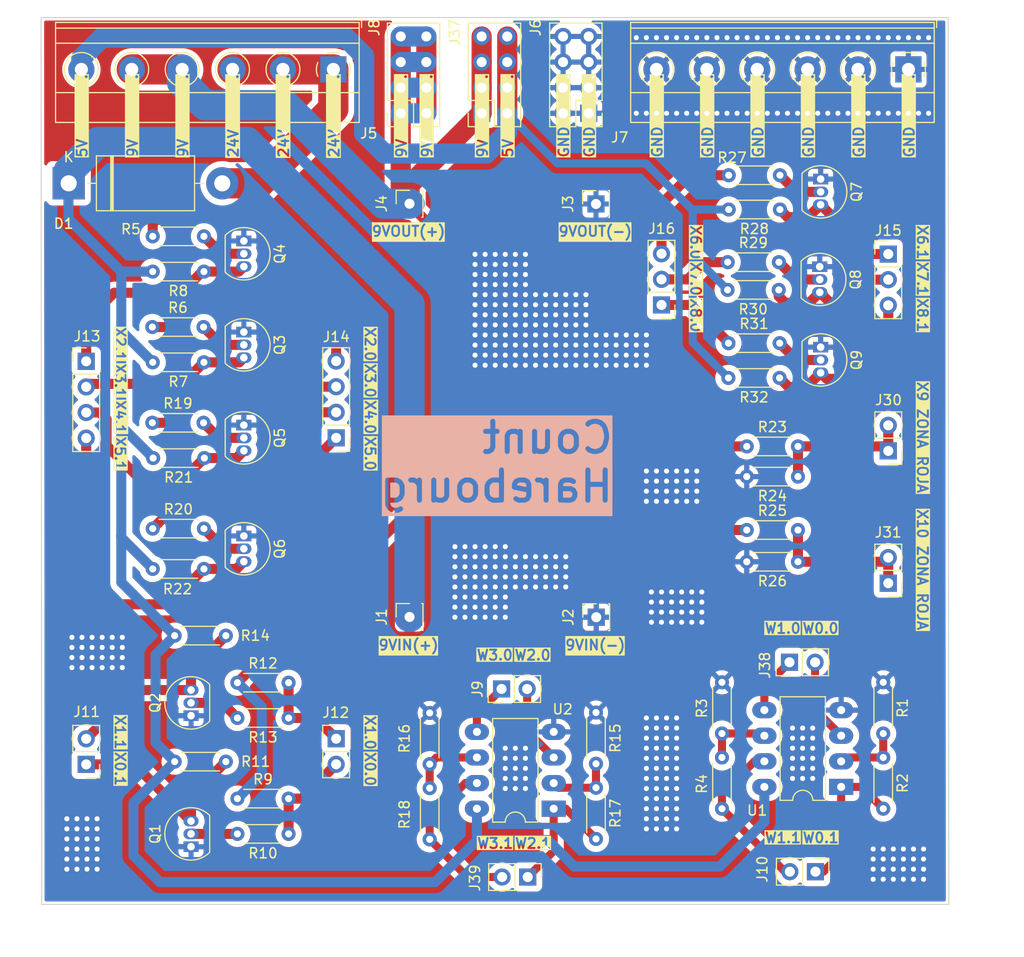
<source format=kicad_pcb>
(kicad_pcb (version 20221018) (generator pcbnew)
  (layers (0 "F.Cu" signal) (31 "B.Cu" signal) (34 "B.Paste" user) (35 "F.Paste" user) (36 "B.SilkS" user "B.Silkscreen") (37 "F.SilkS" user "F.Silkscreen") (38 "B.Mask" user) (39 "F.Mask" user) (44 "Edge.Cuts" user))
  (net 0 "")
  (net 1 "+24V")
  (net 2 "/Vin24")
  (net 3 "GND")
  (net 4 "+9V")
  (net 5 "+5V")
  (net 6 "/W3.0")
  (net 7 "/W2.0")
  (net 8 "/W0.1")
  (net 9 "/W1.1")
  (net 10 "/X0.1")
  (net 11 "/X1.1")
  (net 12 "/X1.0")
  (net 13 "/X0.0")
  (net 14 "/X2.1")
  (net 15 "/X3.1")
  (net 16 "/X4.1")
  (net 17 "/X5.1")
  (net 18 "/X5.0")
  (net 19 "/X4.0")
  (net 20 "/X3.0")
  (net 21 "/X2.0")
  (net 22 "/X6.1")
  (net 23 "/X7.1")
  (net 24 "/X8.1")
  (net 25 "/X8.0")
  (net 26 "/X7.0")
  (net 27 "/X6.0")
  (net 28 "Net-(J30-Pin_1)")
  (net 29 "Net-(J31-Pin_1)")
  (net 30 "/W1.0")
  (net 31 "/W0.0")
  (net 32 "/W2.1")
  (net 33 "/W3.1")
  (net 34 "Net-(Q1-B)")
  (net 35 "Net-(Q2-B)")
  (net 36 "Net-(Q3-B)")
  (net 37 "Net-(Q4-B)")
  (net 38 "Net-(Q5-B)")
  (net 39 "Net-(Q6-B)")
  (net 40 "Net-(Q7-B)")
  (net 41 "Net-(Q8-B)")
  (net 42 "Net-(Q9-B)")
  (net 43 "Net-(U1A--)")
  (net 44 "Net-(U1B--)")
  (net 45 "Net-(U2A--)")
  (net 46 "Net-(U2B--)")
  (footprint "Package_TO_SOT_THT:TO-92_Inline" (layer "F.Cu") (at 268.29 61.71 -90)
    (fp_text reference "Q9")
    (fp_text value "2N3904")
  )
  (footprint "Connector_PinSocket_2.54mm:PinSocket_1x01_P2.54mm_Vertical" (layer "F.Cu") (at 246.025 88.5 90)
    (fp_text reference "J2")
    (fp_text value "(9V)IN-")
  )
  (footprint "TerminalBlock_Phoenix:TerminalBlock_Phoenix_MKDS-1,5-6_1x06_P5.00mm_Horizontal" (layer "F.Cu") (at 219.94 34.15 180)
    (fp_text reference "J5")
    (fp_text value "Screw_Terminal_01x06")
  )
  (footprint "Resistor_THT:R_Axial_DIN0204_L3.6mm_D1.6mm_P5.08mm_Horizontal" (layer "F.Cu") (at 215.5 110 180)
    (fp_text reference "R10")
    (fp_text value "1k")
  )
  (footprint "Package_TO_SOT_THT:TO-92_Inline" (layer "F.Cu") (at 268.2 53.725 -90)
    (fp_text reference "Q8")
    (fp_text value "2N3904")
  )
  (footprint "Connector_PinHeader_2.54mm:PinHeader_1x02_P2.54mm_Vertical" (layer "F.Cu") (at 236.629405 95.62 90)
    (fp_text reference "J9")
    (fp_text value "Entradas Sensores Ard")
  )
  (footprint "Resistor_THT:R_Axial_DIN0204_L3.6mm_D1.6mm_P5.08mm_Horizontal" (layer "F.Cu") (at 229.5 98 -90)
    (fp_text reference "R16")
    (fp_text value "10k")
  )
  (footprint "Connector_PinSocket_2.54mm:PinSocket_1x01_P2.54mm_Vertical" (layer "F.Cu") (at 227.5 88.475 90)
    (fp_text reference "J1")
    (fp_text value "(9V)IN+")
  )
  (footprint "Connector_PinHeader_2.54mm:PinHeader_1x03_P2.54mm_Vertical" (layer "F.Cu") (at 252.5 57.52 180)
    (fp_text reference "J16")
    (fp_text value "Entrada Digital Ard")
  )
  (footprint "Connector_PinHeader_2.54mm:PinHeader_1x02_P2.54mm_Vertical" (layer "F.Cu") (at 275 85.125 180)
    (fp_text reference "J31")
    (fp_text value "Zona Roja Fototransistor (Entrada)")
  )
  (footprint "Resistor_THT:R_Axial_DIN0204_L3.6mm_D1.6mm_P5.08mm_Horizontal" (layer "F.Cu") (at 229.5 105.46 -90)
    (fp_text reference "R18")
    (fp_text value "10k")
  )
  (footprint "Resistor_THT:R_Axial_DIN0204_L3.6mm_D1.6mm_P5.08mm_Horizontal" (layer "F.Cu") (at 207.1 83.71 180)
    (fp_text reference "R22")
    (fp_text value "1k")
  )
  (footprint "Diode_THT:D_DO-201AD_P15.24mm_Horizontal" (layer "F.Cu") (at 193.68 45.45)
    (fp_text reference "D1")
    (fp_text value "1N5822")
  )
  (footprint "Resistor_THT:R_Axial_DIN0204_L3.6mm_D1.6mm_P5.08mm_Horizontal" (layer "F.Cu") (at 215.5 98.5 180)
    (fp_text reference "R13")
    (fp_text value "1k")
  )
  (footprint "Connector_PinHeader_2.54mm:PinHeader_1x04_P2.54mm_Vertical" (layer "F.Cu") (at 220.22 70.71 180)
    (fp_text reference "J14")
    (fp_text value "Entrada Digital 5V to 9V")
  )
  (footprint "Package_DIP:DIP-8_W7.62mm_LongPads" (layer "F.Cu") (at 241.805 107.5 180)
    (fp_text reference "U2")
    (fp_text value "LM358")
  )
  (footprint "Resistor_THT:R_Axial_DIN0204_L3.6mm_D1.6mm_P5.08mm_Horizontal" (layer "F.Cu") (at 246 97.96 -90)
    (fp_text reference "R15")
    (fp_text value "10k")
  )
  (footprint "Resistor_THT:R_Axial_DIN0204_L3.6mm_D1.6mm_P5.08mm_Horizontal" (layer "F.Cu") (at 201.98 59.71)
    (fp_text reference "R6")
    (fp_text value "1k")
  )
  (footprint "Connector_PinHeader_2.54mm:PinHeader_1x02_P2.54mm_Vertical" (layer "F.Cu") (at 265.199405 92.97 90)
    (fp_text reference "J38")
    (fp_text value "Entradas Sensores Fisher")
  )
  (footprint "Resistor_THT:R_Axial_DIN0204_L3.6mm_D1.6mm_P5.08mm_Horizontal" (layer "F.Cu") (at 259.07 53.275)
    (fp_text reference "R29")
    (fp_text value "1k")
  )
  (footprint "Package_TO_SOT_THT:TO-92_Inline" (layer "F.Cu") (at 205.82 98.27 90)
    (fp_text reference "Q2")
    (fp_text value "2N3904")
  )
  (footprint "Package_TO_SOT_THT:TO-92_Inline" (layer "F.Cu") (at 268.29 45.03 -90)
    (fp_text reference "Q7")
    (fp_text value "2N3904")
  )
  (footprint "Package_TO_SOT_THT:TO-92_Inline" (layer "F.Cu") (at 211.06 69.44 -90)
    (fp_text reference "Q5")
    (fp_text value "2N3904")
  )
  (footprint "Connector_PinHeader_2.54mm:PinHeader_1x02_P2.54mm_Vertical" (layer "F.Cu") (at 239.225 114.28 -90)
    (fp_text reference "J39")
    (fp_text value "Salidas Sen Ard PLC")
  )
  (footprint "Resistor_THT:R_Axial_DIN0204_L3.6mm_D1.6mm_P5.08mm_Horizontal" (layer "F.Cu") (at 209.275 90.33 180)
    (fp_text reference "R14")
    (fp_text value "1k")
  )
  (footprint "Resistor_THT:R_Axial_DIN0204_L3.6mm_D1.6mm_P5.08mm_Horizontal" (layer "F.Cu") (at 246 105.42 -90)
    (fp_text reference "R17")
    (fp_text value "10k")
  )
  (footprint "Connector_PinHeader_2.54mm:PinHeader_1x02_P2.54mm_Vertical" (layer "F.Cu") (at 195.42 103.105 180)
    (fp_text reference "J11")
    (fp_text value "Salidas Foto Fish PLC")
  )
  (footprint "Resistor_THT:R_Axial_DIN0204_L3.6mm_D1.6mm_P5.08mm_Horizontal" (layer "F.Cu") (at 260.96 71.554)
    (fp_text reference "R23")
    (fp_text value "10k")
  )
  (footprint "Package_TO_SOT_THT:TO-92_Inline" (layer "F.Cu") (at 205.82 111.27 90)
    (fp_text reference "Q1")
    (fp_text value "2N3904")
  )
  (footprint "Package_TO_SOT_THT:TO-92_Inline" (layer "F.Cu") (at 211.06 60.21 -90)
    (fp_text reference "Q3")
    (fp_text value "2N3904")
  )
  (footprint "Resistor_THT:R_Axial_DIN0204_L3.6mm_D1.6mm_P5.08mm_Horizontal" (layer "F.Cu") (at 260.96 79.85)
    (fp_text reference "R25")
    (fp_text value "10k")
  )
  (footprint "Connector_PinHeader_2.54mm:PinHeader_1x02_P2.54mm_Vertical" (layer "F.Cu") (at 275 72 180)
    (fp_text reference "J30")
    (fp_text value "Zona Roja Fototransistor (Entrada)")
  )
  (footprint "Resistor_THT:R_Axial_DIN0204_L3.6mm_D1.6mm_P5.08mm_Horizontal" (layer "F.Cu") (at 210.42 95)
    (fp_text reference "R12")
    (fp_text value "10k")
  )
  (footprint "Connector_PinHeader_2.54mm:PinHeader_2x04_P2.54mm_Vertical" (layer "F.Cu") (at 245.2725 38.5 180)
    (fp_text reference "J6")
    (fp_text value "Tierras")
  )
  (footprint "Resistor_THT:R_Axial_DIN0204_L3.6mm_D1.6mm_P5.08mm_Horizontal" (layer "F.Cu") (at 207.1 54.21 180)
    (fp_text reference "R8")
    (fp_text value "1k")
  )
  (footprint "Connector_PinSocket_2.54mm:PinSocket_1x01_P2.54mm_Vertical" (layer "F.Cu") (at 227.5 47.475 90)
    (fp_text reference "J4")
    (fp_text value "(10V)OUTPUT+")
  )
  (footprint "Resistor_THT:R_Axial_DIN0204_L3.6mm_D1.6mm_P5.08mm_Horizontal" (layer "F.Cu") (at 259.145 61.31)
    (fp_text reference "R31")
    (fp_text value "1k")
  )
  (footprint "Package_TO_SOT_THT:TO-92_Inline" (layer "F.Cu") (at 211.06 80.44 -90)
    (fp_text reference "Q6")
    (fp_text value "2N3904")
  )
  (footprint "Connector_PinSocket_2.54mm:PinSocket_1x01_P2.54mm_Vertical" (layer "F.Cu") (at 246 47.5 90)
    (fp_text reference "J3")
    (fp_text value "(10V)OUTPUT-")
  )
  (footprint "Connector_PinSocket_2.54mm:PinSocket_2x04_P2.54mm_Vertical" (layer "F.Cu") (at 234.655 38.5 180)
    (fp_text reference "J37")
    (fp_text value "Salidas Voltages")
  )
  (footprint "Connector_PinHeader_2.54mm:PinHeader_1x04_P2.54mm_Vertical" (layer "F.Cu") (at 195.42 63.11)
    (fp_text reference "J13")
    (fp_text value "Entrada Digital a PLC")
  )
  (footprint "TerminalBlock_Phoenix:TerminalBlock_Phoenix_MKDS-1,5-6_1x06_P5.00mm_Horizontal" (layer "F.Cu") (at 277 34.15 180)
    (fp_text reference "J7")
    (fp_text value "Screw_Terminal_01x06")
  )
  (footprint "Resistor_THT:R_Axial_DIN0204_L3.6mm_D1.6mm_P5.08mm_Horizontal" (layer "F.Cu") (at 258.5 102.42 -90)
    (fp_text reference "R4")
    (fp_text value "15k")
  )
  (footprint "Package_TO_SOT_THT:TO-92_Inline" (layer "F.Cu") (at 211.06 51.17 -90)
    (fp_text reference "Q4")
    (fp_text value "2N3904")
  )
  (footprint "Resistor_THT:R_Axial_DIN0204_L3.6mm_D1.6mm_P5.08mm_Horizontal" (layer "F.Cu") (at 258.5 94.96 -90)
    (fp_text reference "R3")
    (fp_text value "10k")
  )
  (footprint "Connector_PinHeader_2.54mm:PinHeader_1x02_P2.54mm_Vertical" (layer "F.Cu") (at 220.22 100.555)
    (fp_text reference "J12")
    (fp_text value "Entradas Foto Fisher")
  )
  (footprint "Resistor_THT:R_Axial_DIN0204_L3.6mm_D1.6mm_P5.08mm_Horizontal" (layer "F.Cu") (at 259.17 44.65)
    (fp_text reference "R27")
    (fp_text value "1k")
  )
  (footprint "Resistor_THT:R_Axial_DIN0204_L3.6mm_D1.6mm_P5.08mm_Horizontal" (layer "F.Cu") (at 266.04 83 180)
    (fp_text reference "R26")
    (fp_text value "10k")
  )
  (footprint "Connector_PinSocket_2.54mm:PinSocket_2x04_P2.54mm_Vertical" (layer "F.Cu") (at 226.6275 38.5 180)
    (fp_text reference "J8")
    (fp_text value "Salidas Voltages")
  )
  (footprint "Resistor_THT:R_Axial_DIN0204_L3.6mm_D1.6mm_P5.08mm_Horizontal" (layer "F.Cu") (at 264.25 48.05 180)
    (fp_text reference "R28")
    (fp_text value "1k")
  )
  (footprint "Package_DIP:DIP-8_W7.62mm_LongPads" (layer "F.Cu") (at 270.325 105.34 180)
    (fp_text reference "U1")
    (fp_text value "LM358")
  )
  (footprint "Resistor_THT:R_Axial_DIN0204_L3.6mm_D1.6mm_P5.08mm_Horizontal" (layer "F.Cu") (at 209.275 102.83 180)
    (fp_text reference "R11")
    (fp_text value "1k")
  )
  (footprint "Resistor_THT:R_Axial_DIN0204_L3.6mm_D1.6mm_P5.08mm_Horizontal" (layer "F.Cu") (at 202.02 50.71)
    (fp_text reference "R5")
    (fp_text value "1k")
  )
  (footprint "Resistor_THT:R_Axial_DIN0204_L3.6mm_D1.6mm_P5.08mm_Horizontal" (layer "F.Cu") (at 210.42 106.5)
    (fp_text reference "R9")
    (fp_text value "10k")
  )
  (footprint "Resistor_THT:R_Axial_DIN0204_L3.6mm_D1.6mm_P5.08mm_Horizontal" (layer "F.Cu") (at 207.14 72.71 180)
    (fp_text reference "R21")
    (fp_text value "1k")
  )
  (footprint "Resistor_THT:R_Axial_DIN0204_L3.6mm_D1.6mm_P5.08mm_Horizontal" (layer "F.Cu") (at 266.04 74.55 180)
    (fp_text reference "R24")
    (fp_text value "10k")
  )
  (footprint "Resistor_THT:R_Axial_DIN0204_L3.6mm_D1.6mm_P5.08mm_Horizontal" (layer "F.Cu") (at 201.98 69.21)
    (fp_text reference "R19")
    (fp_text value "1k")
  )
  (footprint "Resistor_THT:R_Axial_DIN0204_L3.6mm_D1.6mm_P5.08mm_Horizontal" (layer "F.Cu") (at 207.1 63.21 180)
    (fp_text reference "R7")
    (fp_text value "1k")
  )
  (footprint "Connector_PinHeader_2.54mm:PinHeader_1x02_P2.54mm_Vertical" (layer "F.Cu") (at 267.775 113.75 -90)
    (fp_text reference "J10")
    (fp_text value "Salidas Sen Fish PLC")
  )
  (footprint "Resistor_THT:R_Axial_DIN0204_L3.6mm_D1.6mm_P5.08mm_Horizontal" (layer "F.Cu") (at 264.215 64.76 180)
    (fp_text reference "R32")
    (fp_text value "1k")
  )
  (footprint "Resistor_THT:R_Axial_DIN0204_L3.6mm_D1.6mm_P5.08mm_Horizontal" (layer "F.Cu") (at 274.5 102.42 -90)
    (fp_text reference "R2")
    (fp_text value "15k")
  )
  (footprint "Connector_PinHeader_2.54mm:PinHeader_1x03_P2.54mm_Vertical" (layer "F.Cu") (at 275 52.47)
    (fp_text reference "J15")
    (fp_text value "Entrada Digital a PLC")
  )
  (footprint "Resistor_THT:R_Axial_DIN0204_L3.6mm_D1.6mm_P5.08mm_Horizontal" (layer "F.Cu") (at 202.02 79.71)
    (fp_text reference "R20")
    (fp_text value "1k")
  )
  (footprint "Resistor_THT:R_Axial_DIN0204_L3.6mm_D1.6mm_P5.08mm_Horizontal" (layer "F.Cu") (at 274.5 94.96 -90)
    (fp_text reference "R1")
    (fp_text value "10k")
  )
  (footprint "Resistor_THT:R_Axial_DIN0204_L3.6mm_D1.6mm_P5.08mm_Horizontal" (layer "F.Cu") (at 264.135 56.025 180)
    (fp_text reference "R30")
    (fp_text value "1k")
  )
  (gr_line locked (start 280.945 29) (end 281 117) (stroke (width 0.1)) (layer "Edge.Cuts"))
  (gr_line locked (start 190.945 29) (end 280.945 29) (stroke (width 0.1)) (layer "Edge.Cuts"))
  (gr_line locked (start 190.945 29) (end 191 117) (stroke (width 0.1)) (layer "Edge.Cuts"))
  (gr_line locked (start 281 117) (end 191 117) (stroke (width 0.1)) (layer "Edge.Cuts"))
  (gr_text locked "Count\nHarebourg" (at 247.950001 77.2825) (layer "B.SilkS" knockout) (effects (font (size 3 3) (thickness 0.5) bold) (justify left bottom mirror)))
  (gr_text "9VIN(+)\n" (at 224.322619 91.85) (layer "F.SilkS" knockout) (effects (font (size 1 1) (thickness 0.2) bold) (justify left bottom)))
  (gr_text "9V		." (at 229.8315 43 90) (layer "F.SilkS" knockout) (effects (font (size 1 1) (thickness 0.2) bold) (justify left bottom)))
  (gr_text "GND		." (at 267.664 43 90) (layer "F.SilkS" knockout) (effects (font (size 1 1) (thickness 0.2) bold) (justify left bottom)))
  (gr_text "X4.0" (at 223 66.85 270) (layer "F.SilkS" knockout) (effects (font (size 1 1) (thickness 0.2) bold) (justify left bottom)))
  (gr_text "X4.1" (at 198.2 66.85 270) (layer "F.SilkS" knockout) (effects (font (size 1 1) (thickness 0.2) bold) (justify left bottom)))
  (gr_text "5V		." (at 237.859 43 90) (layer "F.SilkS" knockout) (effects (font (size 1 1) (thickness 0.2) bold) (justify left bottom)))
  (gr_text "X8.1" (at 277.8 56.745 270) (layer "F.SilkS" knockout) (effects (font (size 1 1) (thickness 0.2) bold) (justify left bottom)))
  (gr_text "GND		." (at 257.664 43 90) (layer "F.SilkS" knockout) (effects (font (size 1 1) (thickness 0.2) bold) (justify left bottom)))
  (gr_text "24V		." (at 215.604 43 90) (layer "F.SilkS" knockout) (effects (font (size 1 1) (thickness 0.2) bold) (justify left bottom)))
  (gr_text "X2.1" (at 198.2 59.616668 270) (layer "F.SilkS" knockout) (effects (font (size 1 1) (thickness 0.2) bold) (justify left bottom)))
  (gr_text "GND		." (at 243.3965 43 90) (layer "F.SilkS" knockout) (effects (font (size 1 1) (thickness 0.2) bold) (justify left bottom)))
  (gr_text "W3.0" (at 234.065001 92.85) (layer "F.SilkS" knockout) (effects (font (size 1 1) (thickness 0.2) bold) (justify left bottom)))
  (gr_text "W0.0" (at 266.39 90.2) (layer "F.SilkS" knockout) (effects (font (size 1 1) (thickness 0.2) bold) (justify left bottom)))
  (gr_text "9V		.	" (at 200.604 43 90) (layer "F.SilkS" knockout) (effects (font (size 1 1) (thickness 0.2) bold) (justify left bottom)))
  (gr_text "GND		." (at 272.664 43 90) (layer "F.SilkS" knockout) (effects (font (size 1 1) (thickness 0.2) bold) (justify left bottom)))
  (gr_text "X10 ZONA ROJA" (at 277.8 77.673809 270) (layer "F.SilkS" knockout) (effects (font (size 1 1) (thickness 0.2) bold) (justify left bottom)))
  (gr_text "GND		." (at 262.664 43 90) (layer "F.SilkS" knockout) (effects (font (size 1 1) (thickness 0.2) bold) (justify left bottom)))
  (gr_text "9VOUT(-)\n" (at 242.180952 50.8) (layer "F.SilkS" knockout) (effects (font (size 1 1) (thickness 0.2) bold) (justify left bottom)))
  (gr_text "9V		." (at 235.319 43 90) (layer "F.SilkS" knockout) (effects (font (size 1 1) (thickness 0.2) bold) (justify left bottom)))
  (gr_text "9VOUT(+)\n" (at 223.655952 50.8) (layer "F.SilkS" knockout) (effects (font (size 1 1) (thickness 0.2) bold) (justify left bottom)))
  (gr_text "X1.1" (at 198.2 98.133334 270) (layer "F.SilkS" knockout) (effects (font (size 1 1) (thickness 0.2) bold) (justify left bottom)))
  (gr_text "X3.1" (at 198.2 63.233334 270) (layer "F.SilkS" knockout) (effects (font (size 1 1) (thickness 0.2) bold) (justify left bottom)))
  (gr_text "W0.1" (at 266.41 110.98) (layer "F.SilkS" knockout) (effects (font (size 1 1) (thickness 0.2) bold) (justify left bottom)))
  (gr_text "X7.0" (at 255.3 53.128334 270) (layer "F.SilkS" knockout) (effects (font (size 1 1) (thickness 0.2) bold) (justify left bottom)))
  (gr_text "W2.0" (at 237.82 92.85) (layer "F.SilkS" knockout) (effects (font (size 1 1) (thickness 0.2) bold) (justify left bottom)))
  (gr_text "X7.1" (at 277.8 53.128334 270) (layer "F.SilkS" knockout) (effects (font (size 1 1) (thickness 0.2) bold) (justify left bottom)))
  (gr_text "X8.0" (at 255.3 56.745 270) (layer "F.SilkS" knockout) (effects (font (size 1 1) (thickness 0.2) bold) (justify left bottom)))
  (gr_text "X6.1" (at 277.8 49.511668 270) (layer "F.SilkS" knockout) (effects (font (size 1 1) (thickness 0.2) bold) (justify left bottom)))
  (gr_text "X6.0" (at 255.3 49.511668 270) (layer "F.SilkS" knockout) (effects (font (size 1 1) (thickness 0.2) bold) (justify left bottom)))
  (gr_text "GND		." (at 252.664 43 90) (layer "F.SilkS" knockout) (effects (font (size 1 1) (thickness 0.2) bold) (justify left bottom)))
  (gr_text "X1.0" (at 223 98.155001 270) (layer "F.SilkS" knockout) (effects (font (size 1 1) (thickness 0.2) bold) (justify left bottom)))
  (gr_text "GND		." (at 245.9365 43 90) (layer "F.SilkS" knockout) (effects (font (size 1 1) (thickness 0.2) bold) (justify left bottom)))
  (gr_text "GND		." (at 277.664 43 90) (layer "F.SilkS" knockout) (effects (font (size 1 1) (thickness 0.2) bold) (justify left bottom)))
  (gr_text "9VIN(-)\n" (at 242.847619 91.85) (layer "F.SilkS" knockout) (effects (font (size 1 1) (thickness 0.2) bold) (justify left bottom)))
  (gr_text "W1.0" (at 262.635001 90.2) (layer "F.SilkS" knockout) (effects (font (size 1 1) (thickness 0.2) bold) (justify left bottom)))
  (gr_text "9V		.	" (at 227.2915 43 90) (layer "F.SilkS" knockout) (effects (font (size 1 1) (thickness 0.2) bold) (justify left bottom)))
  (gr_text "X9 ZONA ROJA" (at 277.8 65.025 270) (layer "F.SilkS" knockout) (effects (font (size 1 1) (thickness 0.2) bold) (justify left bottom)))
  (gr_text "24V		." (at 220.604 43 90) (layer "F.SilkS" knockout) (effects (font (size 1 1) (thickness 0.2) bold) (justify left bottom)))
  (gr_text "9V		.	" (at 205.604 43 90) (layer "F.SilkS" knockout) (effects (font (size 1 1) (thickness 0.2) bold) (justify left bottom)))
  (gr_text "W2.1" (at 237.865595 111.53) (layer "F.SilkS" knockout) (effects (font (size 1 1) (thickness 0.2) bold) (justify left bottom)))
  (gr_text "X5.0" (at 223 70.466666 270) (layer "F.SilkS" knockout) (effects (font (size 1 1) (thickness 0.2) bold) (justify left bottom)))
  (gr_text "W3.1" (at 234.110596 111.53) (layer "F.SilkS" knockout) (effects (font (size 1 1) (thickness 0.2) bold) (justify left bottom)))
  (gr_text "X0.0" (at 223 101.771667 270) (layer "F.SilkS" knockout) (effects (font (size 1 1) (thickness 0.2) bold) (justify left bottom)))
  (gr_text "X2.0" (at 223 59.616668 270) (layer "F.SilkS" knockout) (effects (font (size 1 1) (thickness 0.2) bold) (justify left bottom)))
  (gr_text "X0.1" (at 198.2 101.75 270) (layer "F.SilkS" knockout) (effects (font (size 1 1) (thickness 0.2) bold) (justify left bottom)))
  (gr_text "24V		." (at 210.604 43 90) (layer "F.SilkS" knockout) (effects (font (size 1 1) (thickness 0.2) bold) (justify left bottom)))
  (gr_text "W1.1" (at 262.655001 110.98) (layer "F.SilkS" knockout) (effects (font (size 1 1) (thickness 0.2) bold) (justify left bottom)))
  (gr_text "X5.1" (at 198.2 70.466666 270) (layer "F.SilkS" knockout) (effects (font (size 1 1) (thickness 0.2) bold) (justify left bottom)))
  (gr_text "5V		.	" (at 195.604 43 90) (layer "F.SilkS" knockout) (effects (font (size 1 1) (thickness 0.2) bold) (justify left bottom)))
  (gr_text "X3.0" (at 223 63.233334 270) (layer "F.SilkS" knockout) (effects (font (size 1 1) (thickness 0.2) bold) (justify left bottom)))
  (segment (start 198.9 69.55) (end 198.9 60.09) (width 1) (layer "B.Cu") (net 1))
  (segment (start 193.68 44.26) (end 196.59 41.35) (width 3) (layer "B.Cu") (net 1))
  (segment (start 202.3 100.935) (end 204.195 102.83) (width 1) (layer "B.Cu") (net 1))
  (segment (start 202.02 63.21) (end 198.9 60.09) (width 1) (layer "B.Cu") (net 1))
  (segment (start 243.85 113.24) (end 241.22 110.61) (width 1) (layer "B.Cu") (net 1))
  (segment (start 193.68 45.45) (end 193.68 44.26) (width 3) (layer "B.Cu") (net 1))
  (segment (start 200.11 112.16) (end 202.73 114.78) (width 1) (layer "B.Cu") (net 1))
  (segment (start 198.9 85.035) (end 198.9 80.39) (width 1) (layer "B.Cu") (net 1))
  (segment (start 234.185 110.585) (end 234.185 107.5) (width 1) (layer "B.Cu") (net 1))
  (segment (start 193.66 48.97) (end 193.66 45.47) (width 1) (layer "B.Cu") (net 1))
  (segment (start 202.02 83.71) (end 198.9 80.59) (width 1) (layer "B.Cu") (net 1))
  (segment (start 200.11 106.915) (end 200.11 112.16) (width 1) (layer "B.Cu") (net 1))
  (segment (start 196.59 41.35) (end 211.38 41.35) (width 3) (layer "B.Cu") (net 1))
  (segment (start 202.3 92.225) (end 202.3 100.935) (width 1) (layer "B.Cu") (net 1))
  (segment (start 262.705 108.815) (end 258.28 113.24) (width 1) (layer "B.Cu") (net 1))
  (segment (start 204.195 102.83) (end 200.11 106.915) (width 1) (layer "B.Cu") (net 1))
  (segment (start 234.21 110.61) (end 234.185 110.585) (width 1) (layer "B.Cu") (net 1))
  (segment (start 198.9 54.21) (end 193.66 48.97) (width 1) (layer "B.Cu") (net 1))
  (segment (start 198.9 60.09) (end 198.9 54.21) (width 1) (layer "B.Cu") (net 1))
  (segment (start 202.73 114.78) (end 230.04 114.78) (width 1) (layer "B.Cu") (net 1))
  (segment (start 198.9 80.59) (end 198.9 80.39) (width 1) (layer "B.Cu") (net 1))
  (segment (start 227.5 57.47) (end 227.5 88.475) (width 3) (layer "B.Cu") (net 1))
  (segment (start 241.22 110.61) (end 234.21 110.61) (width 1) (layer "B.Cu") (net 1))
  (segment (start 202.02 54.21) (end 198.9 54.21) (width 1) (layer "B.Cu") (net 1))
  (segment (start 258.28 113.24) (end 243.85 113.24) (width 1) (layer "B.Cu") (net 1))
  (segment (start 193.66 45.47) (end 193.68 45.45) (width 1) (layer "B.Cu") (net 1))
  (segment (start 204.195 90.33) (end 202.3 92.225) (width 1) (layer "B.Cu") (net 1))
  (segment (start 202.06 72.71) (end 198.9 69.55) (width 1) (layer "B.Cu") (net 1))
  (segment (start 198.9 80.39) (end 198.9 69.55) (width 1) (layer "B.Cu") (net 1))
  (segment (start 230.04 114.78) (end 234.21 110.61) (width 1) (layer "B.Cu") (net 1))
  (segment (start 211.38 41.35) (end 227.5 57.47) (width 3) (layer "B.Cu") (net 1))
  (segment (start 204.195 90.33) (end 198.9 85.035) (width 1) (layer "B.Cu") (net 1))
  (segment (start 262.705 105.34) (end 262.705 108.815) (width 1) (layer "B.Cu") (net 1))
  (segment (start 214.94 34.15) (end 209.94 34.15) (width 3) (layer "F.Cu") (net 2))
  (segment (start 208.92 45.45) (end 212.55 45.45) (width 3) (layer "F.Cu") (net 2))
  (segment (start 212.55 45.45) (end 219.94 38.06) (width 3) (layer "F.Cu") (net 2))
  (segment (start 219.94 38.06) (end 219.94 34.15) (width 3) (layer "F.Cu") (net 2))
  (segment (start 219.94 34.15) (end 214.94 34.15) (width 3) (layer "F.Cu") (net 2))
  (via (at 254 105.5) (size 0.8) (drill 0.5) (layers "F.Cu" "B.Cu") (net 3))
  (via (at 238 54.5) (size 0.8) (drill 0.5) (layers "F.Cu" "B.Cu") (net 3))
  (via (at 193.5 112.5) (size 0.8) (drill 0.5) (layers "F.Cu" "B.Cu") (net 3))
  (via (at 252 108.5) (size 0.8) (drill 0.5) (layers "F.Cu" "B.Cu") (net 3))
  (via (at 253.5 86) (size 0.8) (drill 0.5) (layers "F.Cu" "B.Cu") (net 3))
  (via (at 236 84.5) (size 0.8) (drill 0.5) (layers "F.Cu" "B.Cu") (net 3))
  (via (at 251 109.5) (size 0.8) (drill 0.5) (layers "F.Cu" "B.Cu") (net 3))
  (via (at 239 59.5) (size 0.8) (drill 0.5) (layers "F.Cu" "B.Cu") (net 3))
  (via (at 255 76) (size 0.8) (drill 0.5) (layers "F.Cu" "B.Cu") (net 3))
  (via (at 236 82.5) (size 0.8) (drill 0.5) (layers "F.Cu" "B.Cu") (net 3))
  (via (at 267.5 103.5) (size 0.8) (drill 0.5) (layers "F.Cu" "B.Cu") (net 3))
  (via (at 240 63.5) (size 0.8) (drill 0.5) (layers "F.Cu" "B.Cu") (net 3))
  (via (at 195.5 110.5) (size 0.8) (drill 0.5) (layers "F.Cu" "B.Cu") (net 3))
  (via (at 255.5 86) (size 0.8) (drill 0.5) (layers "F.Cu" "B.Cu") (net 3))
  (via (at 243 84.5) (size 0.8) (drill 0.5) (layers "F.Cu" "B.Cu") (net 3))
  (via (at 232 85.5) (size 0.8) (drill 0.5) (layers "F.Cu" "B.Cu") (net 3))
  (via (at 247 60.5) (size 0.8) (drill 0.5) (layers "F.Cu" "B.Cu") (net 3))
  (via (at 237 81.5) (size 0.8) (drill 0.5) (layers "F.Cu" "B.Cu") (net 3))
  (via (at 239 60.5) (size 0.8) (drill 0.5) (layers "F.Cu" "B.Cu") (net 3))
  (via (at 237 84.5) (size 0.8) (drill 0.5) (layers "F.Cu" "B.Cu") (net 3))
  (via (at 254 106.5) (size 0.8) (drill 0.5) (layers "F.Cu" "B.Cu") (net 3))
  (via (at 249 62.5) (size 0.8) (drill 0.5) (layers "F.Cu" "B.Cu") (net 3))
  (via (at 243 63.5) (size 0.8) (drill 0.5) (layers "F.Cu" "B.Cu") (net 3))
  (via (at 277.5 113.5) (size 0.8) (drill 0.5) (layers "F.Cu" "B.Cu") (net 3))
  (via (at 239 58.5) (size 0.8) (drill 0.5) (layers "F.Cu" "B.Cu") (net 3))
  (via (at 245 57.5) (size 0.8) (drill 0.5) (layers "F.Cu" "B.Cu") (net 3))
  (via (at 251 107.5) (size 0.8) (drill 0.5) (layers "F.Cu" "B.Cu") (net 3))
  (via (at 245 59.5) (size 0.8) (drill 0.5) (layers "F.Cu" "B.Cu") (net 3))
  (via (at 248 61.5) (size 0.8) (drill 0.5) (layers "F.Cu" "B.Cu") (net 3))
  (via (at 263 31) (size 0.8) (drill 0.5) (layers "F.Cu" "B.Cu") (net 3))
  (via (at 238 63.5) (size 0.8) (drill 0.5) (layers "F.Cu" "B.Cu") (net 3))
  (via (at 239 84.5) (size 0.8) (drill 0.5) (layers "F.Cu" "B.Cu") (net 3))
  (via (at 278.5 113.5) (size 0.8) (drill 0.5) (layers "F.Cu" "B.Cu") (net 3))
  (via (at 244 60.5) (size 0.8) (drill 0.5) (layers "F.Cu" "B.Cu") (net 3))
  (via (at 265.5 102.5) (size 0.8) (drill 0.5) (layers "F.Cu" "B.Cu") (net 3))
  (via (at 234 55.5) (size 0.8) (drill 0.5) (layers "F.Cu" "B.Cu") (net 3))
  (via (at 256.5 87) (size 0.8) (drill 0.5) (layers "F.Cu" "B.Cu") (net 3))
  (via (at 253.5 88) (size 0.8) (drill 0.5) (layers "F.Cu" "B.Cu") (net 3))
  (via (at 278.5 112.5) (size 0.8) (drill 0.5) (layers "F.Cu" "B.Cu") (net 3))
  (via (at 271 38.5) (size 0.8) (drill 0.5) (layers "F.Cu" "B.Cu") (net 3))
  (via (at 197 93.5) (size 0.8) (drill 0.5) (layers "F.Cu" "B.Cu") (net 3))
  (via (at 266 31) (size 0.8) (drill 0.5) (layers "F.Cu" "B.Cu") (net 3))
  (via (at 244 57.5) (size 0.8) (drill 0.5) (layers "F.Cu" "B.Cu") (net 3))
  (via (at 243 85.5) (size 0.8) (drill 0.5) (layers "F.Cu" "B.Cu") (net 3))
  (via (at 235 52.5) (size 0.8) (drill 0.5) (layers "F.Cu" "B.Cu") (net 3))
  (via (at 265 31) (size 0.8) (drill 0.5) (layers "F.Cu" "B.Cu") (net 3))
  (via (at 279 31) (size 0.8) (drill 0.5) (layers "F.Cu" "B.Cu") (net 3))
  (via (at 242 59.5) (size 0.8) (drill 0.5) (layers "F.Cu" "B.Cu") (net 3))
  (via (at 238 104.5) (size 0.8) (drill 0.5) (layers "F.Cu" "B.Cu") (net 3))
  (via (at 234 58.5) (size 0.8) (drill 0.5) (layers "F.Cu" "B.Cu") (net 3))
  (via (at 253 108.5) (size 0.8) (drill 0.5) (layers "F.Cu" "B.Cu") (net 3))
  (via (at 239 104.5) (size 0.8) (drill 0.5) (layers "F.Cu" "B.Cu") (net 3))
  (via (at 253 98.5) (size 0.8) (drill 0.5) (layers "F.Cu" "B.Cu") (net 3))
  (via (at 274.5 114.5) (size 0.8) (drill 0.5) (layers "F.Cu" "B.Cu") (net 3))
  (via (at 234 60.5) (size 0.8) (drill 0.5) (layers "F.Cu" "B.Cu") (net 3))
  (via (at 242 58.5) (size 0.8) (drill 0.5) (layers "F.Cu" "B.Cu") (net 3))
  (via (at 194.5 110.5) (size 0.8) (drill 0.5) (layers "F.Cu" "B.Cu") (net 3))
  (via (at 235 81.5) (size 0.8) (drill 0.5) (layers "F.Cu" "B.Cu") (net 3))
  (via (at 232 84.5) (size 0.8) (drill 0.5) (layers "F.Cu" "B.Cu") (net 3))
  (via (at 254 99.5) (size 0.8) (drill 0.5) (layers "F.Cu" "B.Cu") (net 3))
  (via (at 195.5 109.5) (size 0.8) (drill 0.5) (layers "F.Cu" "B.Cu") (net 3))
  (via (at 237 54.5) (size 0.8) (drill 0.5) (layers "F.Cu" "B.Cu") (net 3))
  (via (at 196.5 110.5) (size 0.8) (drill 0.5) (layers "F.Cu" "B.Cu") (net 3))
  (via (at 251 105.5) (size 0.8) (drill 0.5) (layers "F.Cu" "B.Cu") (net 3))
  (via (at 235 82.5) (size 0.8) (drill 0.5) (layers "F.Cu" "B.Cu") (net 3))
  (via (at 251 108.5) (size 0.8) (drill 0.5) (layers "F.Cu" "B.Cu") (net 3))
  (via (at 235 57.5) (size 0.8) (drill 0.5) (layers "F.Cu" "B.Cu") (net 3))
  (via (at 196.5 112.5) (size 0.8) (drill 0.5) (layers "F.Cu" "B.Cu") (net 3))
  (via (at 194.5 111.5) (size 0.8) (drill 0.5) (layers "F.Cu" "B.Cu") (net 3))
  (via (at 234 52.5) (size 0.8) (drill 0.5) (layers "F.Cu" "B.Cu") (net 3))
  (via (at 274.5 111.5) (size 0.8) (drill 0.5) (layers "F.Cu" "B.Cu") (net 3))
  (via (at 236 86.5) (size 0.8) (drill 0.5) (layers "F.Cu" "B.Cu") (net 3))
  (via (at 265 38.5) (size 0.8) (drill 0.5) (layers "F.Cu" "B.Cu") (net 3))
  (via (at 250 60.5) (size 0.8) (drill 0.5) (layers "F.Cu" "B.Cu") (net 3))
  (via (at 252 31) (size 0.8) (drill 0.5) (layers "F.Cu" "B.Cu") (net 3))
  (via (at 199 93.5) (size 0.8) (drill 0.5) (layers "F.Cu" "B.Cu") (net 3))
  (via (at 245 61.5) (size 0.8) (drill 0.5) (layers "F.Cu" "B.Cu") (net 3))
  (via (at 239 61.5) (size 0.8) (drill 0.5) (layers "F.Cu" "B.Cu") (net 3))
  (via (at 239 102.5) (size 0.8) (drill 0.5) (layers "F.Cu" "B.Cu") (net 3))
  (via (at 236 59.5) (size 0.8) (drill 0.5) (layers "F.Cu" "B.Cu") (net 3))
  (via (at 268 38.5) (size 0.8) (drill 0.5) (layers "F.Cu" "B.Cu") (net 3))
  (via (at 252 75) (size 0.8) (drill 0.5) (layers "F.Cu" "B.Cu") (net 3))
  (via (at 196 93.5) (size 0.8) (drill 0.5) (layers "F.Cu" "B.Cu") (net 3))
  (via (at 254 102.5) (size 0.8) (drill 0.5) (layers "F.Cu" "B.Cu") (net 3))
  (via (at 262 31) (size 0.8) (drill 0.5) (layers "F.Cu" "B.Cu") (net 3))
  (via (at 242 84.5) (size 0.8) (drill 0.5) (layers "F.Cu" "B.Cu") (net 3))
  (via (at 243 57.5) (size 0.8) (drill 0.5) (layers "F.Cu" "B.Cu") (net 3))
  (via (at 239 101.5) (size 0.8) (drill 0.5) (layers "F.Cu" "B.Cu") (net 3))
  (via (at 234 81.5) (size 0.8) (drill 0.5) (layers "F.Cu" "B.Cu") (net 3))
  (via (at 234 59.5) (size 0.8) (drill 0.5) (layers "F.Cu" "B.Cu") (net 3))
  (via (at 245 60.5) (size 0.8) (drill 0.5) (layers "F.Cu" "B.Cu") (net 3))
  (via (at 237 86.5) (size 0.8) (drill 0.5) (layers "F.Cu" "B.Cu") (net 3))
  (via (at 251.5 86) (size 0.8) (drill 0.5) (layers "F.Cu" "B.Cu") (net 3))
  (via (at 233 84.5) (size 0.8) (drill 0.5) (layers "F.Cu" "B.Cu") (net 3))
  (via (at 251 103.5) (size 0.8) (drill 0.5) (layers "F.Cu" "B.Cu") (net 3))
  (via (at 194 90.5) (size 0.8) (drill 0.5) (layers "F.Cu" "B.Cu") (net 3))
  (via (at 241 56.5) (size 0.8) (drill 0.5) (layers "F.Cu" "B.Cu") (net 3))
  (via (at 236 83.5) (size 0.8) (drill 0.5) (layers "F.Cu" "B.Cu") (net 3))
  (via (at 193.5 108.5) (size 0.8) (drill 0.5) (layers "F.Cu" "B.Cu") (net 3))
  (via (at 275.5 112.5) (size 0.8) (drill 0.5) (layers "F.Cu" "B.Cu") (net 3))
  (via (at 238 102.5) (size 0.8) (drill 0.5) (layers "F.Cu" "B.Cu") (net 3))
  (via (at 195 91.5) (size 0.8) (drill 0.5) (layers "F.Cu" "B.Cu") (net 3))
  (via (at 234 82.5) (size 0.8) (drill 0.5) (layers "F.Cu" "B.Cu") (net 3))
  (via (at 254.5 89) (size 0.8) (drill 0.5) (layers "F.Cu" "B.Cu") (net 3))
  (via (at 252 102.5) (size 0.8) (drill 0.5) (layers "F.Cu" "B.Cu") (net 3))
  (via (at 243 56.5) (size 0.8) (drill 0.5) (layers "F.Cu" "B.Cu") (net 3))
  (via (at 245 58.5) (size 0.8) (drill 0.5) (layers "F.Cu" "B.Cu") (net 3))
  (via (at 256.5 88) (size 0.8) (drill 0.5) (layers "F.Cu" "B.Cu") (net 3))
  (via (at 264 38.5) (size 0.8) (drill 0.5) (layers "F.Cu" "B.Cu") (net 3))
  (via (at 235 58.5) (size 0.8) (drill 0.5) (layers "F.Cu" "B.Cu") (net 3))
  (via (at 251 38.5) (size 0.8) (drill 0.5) (layers "F.Cu" "B.Cu") (net 3))
  (via (at 241 58.5) (size 0.8) (drill 0.5) (layers "F.Cu" "B.Cu") (net 3))
  (via (at 237 88.5) (size 0.8) (drill 0.5) (layers "F.Cu" "B.Cu") (net 3))
  (via (at 238 82.5) (size 0.8) (drill 0.5) (layers "F.Cu" "B.Cu") (net 3))
  (via (at 250 61.5) (size 0.8) (drill 0.5) (layers "F.Cu" "B.Cu") (net 3))
  (via (at 236 52.5) (size 0.8) (drill 0.5) (layers "F.Cu" "B.Cu") (net 3))
  (via (at 237 105.5) (size 0.8) (drill 0.5) (layers "F.Cu" "B.Cu") (net 3))
  (via (at 237 102.5) (size 0.8) (drill 0.5) (layers "F.Cu" "B.Cu") (net 3))
  (via (at 252 101.5) (size 0.8) (drill 0.5) (layers "F.Cu" "B.Cu") (net 3))
  (via (at 266.5 100.5) (size 0.8) (drill 0.5) (layers "F.Cu" "B.Cu") (net 3))
  (via (at 239 103.5) (size 0.8) (drill 0.5) (layers "F.Cu" "B.Cu") (net 3))
  (via (at 278.5 114.5) (size 0.8) (drill 0.5) (layers "F.Cu" "B.Cu") (net 3))
  (via (at 254 31) (size 0.8) (drill 0.5) (layers "F.Cu" "B.Cu") (net 3))
  (via (at 252.5 88) (size 0.8) (drill 0.5) (layers "F.Cu" "B.Cu") (net 3))
  (via (at 235 87.5) (size 0.8) (drill 0.5) (layers "F.Cu" "B.Cu") (net 3))
  (via (at 251 99.5) (size 0.8) (drill 0.5) (layers "F.Cu" "B.Cu") (net 3))
  (via (at 236 63.5) (size 0.8) (drill 0.5) (layers "F.Cu" "B.Cu") (net 3))
  (via (at 251 76) (size 0.8) (drill 0.5) (layers "F.Cu" "B.Cu") (net 3))
  (via (at 247 62.5) (size 0.8) (drill 0.5) (layers "F.Cu" "B.Cu") (net 3))
  (via (at 196.5 108.5) (size 0.8) (drill 0.5) (layers "F.Cu" "B.Cu") (net 3))
  (via (at 251 77) (size 0.8) (drill 0.5) (layers "F.Cu" "B.Cu") (net 3))
  (via (at 276.5 114.5) (size 0.8) (drill 0.5) (layers "F.Cu" "B.Cu") (net 3))
  (via (at 240 83.5) (size 0.8) (drill 0.5) (layers "F.Cu" "B.Cu") (net 3))
  (via (at 196.5 111.5) (size 0.8) (drill 0.5) (layers "F.Cu" "B.Cu") (net 3))
  (via (at 244 58.5) (size 0.8) (drill 0.5) (layers "F.Cu" "B.Cu") (net 3))
  (via (at 242 85.5) (size 0.8) (drill 0.5) (layers "F.Cu" "B.Cu") (net 3))
  (via (at 196.5 109.5) (size 0.8) (drill 0.5) (layers "F.Cu" "B.Cu") (net 3))
  (via (at 237 82.5) (size 0.8) (drill 0.5) (layers "F.Cu" "B.Cu") (net 3))
  (via (at 253 107.5) (size 0.8) (drill 0.5) (layers "F.Cu" "B.Cu") (net 3))
  (via (at 198 93.5) (size 0.8) (drill 0.5) (layers "F.Cu" "B.Cu") (net 3))
  (via (at 252 105.5) (size 0.8) (drill 0.5) (layers "F.Cu" "B.Cu") (net 3))
  (via (at 236 55.5) (size 0.8) (drill 0.5) (layers "F.Cu" "B.Cu") (net 3))
  (via (at 277.5 112.5) (size 0.8) (drill 0.5) (layers "F.Cu" "B.Cu") (net 3))
  (via (at 254 98.5) (size 0.8) (drill 0.5) (layers "F.Cu" "B.Cu") (net 3))
  (via (at 275.5 114.5) (size 0.8) (drill 0.5) (layers "F.Cu" "B.Cu") (net 3))
  (via (at 195 92.5) (size 0.8) (drill 0.5) (layers "F.Cu" "B.Cu") (net 3))
  (via (at 235 59.5) (size 0.8) (drill 0.5) (layers "F.Cu" "B.Cu") (net 3))
  (via (at 253 99.5) (size 0.8) (drill 0.5) (layers "F.Cu" "B.Cu") (net 3))
  (via (at 267 31) (size 0.8) (drill 0.5) (layers "F.Cu" "B.Cu") (net 3))
  (via (at 233 88.5) (size 0.8) (drill 0.5) (layers "F.Cu" "B.Cu") (net 3))
  (via (at 234 62.5) (size 0.8) (drill 0.5) (layers "F.Cu" "B.Cu") (net 3))
  (via (at 233 82.5) (size 0.8) (drill 0.5) (layers "F.Cu" "B.Cu") (net 3))
  (via (at 246 63.5) (size 0.8) (drill 0.5) (layers "F.Cu" "B.Cu") (net 3))
  (via (at 255.5 88) (size 0.8) (drill 0.5) (layers "F.Cu" "B.Cu") (net 3))
  (via (at 244 63.5) (size 0.8) (drill 0.5) (layers "F.Cu" "B.Cu") (net 3))
  (via (at 251 75) (size 0.8) (drill 0.5) (layers "F.Cu" "B.Cu") (net 3))
  (via (at 265.5 100.5) (size 0.8) (drill 0.5) (layers "F.Cu" "B.Cu") (net 3))
  (via (at 235 85.5) (size 0.8) (drill 0.5) (layers "F.Cu" "B.Cu") (net 3))
  (via (at 254 74) (size 0.8) (drill 0.5) (layers "F.Cu" "B.Cu") (net 3))
  (via (at 269 38.5) (size 0.8) (drill 0.5) (layers "F.Cu" "B.Cu") (net 3))
  (via (at 239 56.5) (size 0.8) (drill 0.5) (layers "F.Cu" "B.Cu") (net 3))
  (via (at 254.5 88) (size 0.8) (drill 0.5) (layers "F.Cu" "B.Cu") (net 3))
  (via (at 195.5 113.5) (size 0.8) (drill 0.5) (layers "F.Cu" "B.Cu") (net 3))
  (via (at 255 77) (size 0.8) (drill 0.5) (layers "F.Cu" "B.Cu") (net 3))
  (via (at 276.5 113.5) (size 0.8) (drill 0.5) (layers "F.Cu" "B.Cu") (net 3))
  (via (at 240 85.5) (size 0.8) (drill 0.5) (layers "F.Cu" "B.Cu") (net 3))
  (via (at 197 90.5) (size 0.8) (drill 0.5) (layers "F.Cu" "B.Cu") (net 3))
  (via (at 252.5 86) (size 0.8) (drill 0.5) (layers "F.Cu" "B.Cu") (net 3))
  (via (at 240 84.5) (size 0.8) (drill 0.5) (layers "F.Cu" "B.Cu") (net 3))
  (via (at 237 53.5) (size 0.8) (drill 0.5) (layers "F.Cu" "B.Cu") (net 3))
  (via (at 234 86.5) (size 0.8) (drill 0.5) (layers "F.Cu" "B.Cu") (net 3))
  (via (at 195.5 108.5) (size 0.8) (drill 0.5) (layers "F.Cu" "B.Cu") (net 3))
  (via (at 252 104.5) (size 0.8) (drill 0.5) (layers "F.Cu" "B.Cu") (net 3))
  (via (at 269 31) (size 0.8) (drill 0.5) (layers "F.Cu" "B.Cu") (net 3))
  (via (at 237 87.5) (size 0.8) (drill 0.5) (layers "F.Cu" "B.Cu") (net 3))
  (via (at 256 76) (size 0.8) (drill 0.5) (layers "F.Cu" "B.Cu") (net 3))
  (via (at 247 61.5) (size 0.8) (drill 0.5) (layers "F.Cu" "B.Cu") (net 3))
  (via (at 266 38.5) (size 0.8) (drill 0.5) (layers "F.Cu" "B.Cu") (net 3))
  (via (at 266.5 99.5) (size 0.8) (drill 0.5) (layers "F.Cu" "B.Cu") (net 3))
  (via (at 237 85.5) (size 0.8) (drill 0.5) (layers "F.Cu" "B.Cu") (net 3))
  (via (at 239 54.5) (size 0.8) (drill 0.5) (layers "F.Cu" "B.Cu") (net 3))
  (via (at 199 92.5) (size 0.8) (drill 0.5) (layers "F.Cu" "B.Cu") (net 3))
  (via (at 274.5 113.5) (size 0.8) (drill 0.5) (layers "F.Cu" "B.Cu") (net 3))
  (via (at 234 85.5) (size 0.8) (drill 0.5) (layers "F.Cu" "B.Cu") (net 3))
  (via (at 241 59.5) (size 0.8) (drill 0.5) (layers "F.Cu" "B.Cu") (net 3))
  (via (at 193.5 111.5) (size 0.8) (drill 0.5) (layers "F.Cu" "B.Cu") (net 3))
  (via (at 277 31) (size 0.8) (drill 0.5) (layers "F.Cu" "B.Cu") (net 3))
  (via (at 273.5 112.5) (size 0.8) (drill 0.5) (layers "F.Cu" "B.Cu") (net 3))
  (via (at 250 31) (size 0.8) (drill 0.5) (layers "F.Cu" "B.Cu") (net 3))
  (via (at 260 38.5) (size 0.8) (drill 0.5) (layers "F.Cu" "B.Cu") (net 3))
  (via (at 255 38.5) (size 0.8) (drill 0.5) (layers "F.Cu" "B.Cu") (net 3))
  (via (at 251.5 89) (size 0.8) (drill 0.5) (layers "F.Cu" "B.Cu") (net 3))
  (via (at 239 82.5) (size 0.8) (drill 0.5) (layers "F.Cu" "B.Cu") (net 3))
  (via (at 251 98.5) (size 0.8) (drill 0.5) (layers "F.Cu" "B.Cu") (net 3))
  (via (at 252 98.5) (size 0.8) (drill 0.5) (layers "F.Cu" "B.Cu") (net 3))
  (via (at 244 59.5) (size 0.8) (drill 0.5) (layers "F.Cu" "B.Cu") (net 3))
  (via (at 274.5 112.5) (size 0.8) (drill 0.5) (layers "F.Cu" "B.Cu") (net 3))
  (via (at 195 90.5) (size 0.8) (drill 0.5) (layers "F.Cu" "B.Cu") (net 3))
  (via (at 196 92.5) (size 0.8) (drill 0.5) (layers "F.Cu" "B.Cu") (net 3))
  (via (at 194 92.5) (size 0.8) (drill 0.5) (layers "F.Cu" "B.Cu") (net 3))
  (via (at 237 58.5) (size 0.8) (drill 0.5) (layers "F.Cu" "B.Cu") (net 3))
  (via (at 251 106.5) (size 0.8) (drill 0.5) (layers "F.Cu" "B.Cu") (net 3))
  (via (at 233 81.5) (size 0.8) (drill 0.5) (layers "F.Cu" "B.Cu") (net 3))
  (via (at 238 85.5) (size 0.8) (drill 0.5) (layers "F.Cu" "B.Cu") (net 3))
  (via (at 233 86.5) (size 0.8) (drill 0.5) (layers "F.Cu" "B.Cu") (net 3))
  (via (at 249 60.5) (size 0.8) (drill 0.5) (layers "F.Cu" "B.Cu") (net 3))
  (via (at 241 63.5) (size 0.8) (drill 0.5) (layers "F.Cu" "B.Cu") (net 3))
  (via (at 242 83.5) (size 0.8) (drill 0.5) (layers "F.Cu" "B.Cu") (net 3))
  (via (at 232 87.5) (size 0.8) (drill 0.5) (layers "F.Cu" "B.Cu") (net 3))
  (via (at 277.5 111.5) (size 0.8) (drill 0.5) (layers "F.Cu" "B.Cu") (net 3))
  (via (at 275.5 111.5) (size 0.8) (drill 0.5) (layers "F.Cu" "B.Cu") (net 3))
  (via (at 238 57.5) (size 0.8) (drill 0.5) (layers "F.Cu" "B.Cu") (net 3))
  (via (at 251.5 88) (size 0.8) (drill 0.5) (layers "F.Cu" "B.Cu") (net 3))
  (via (at 246 60.5) (size 0.8) (drill 0.5) (layers "F.Cu" "B.Cu") (net 3))
  (via (at 238 60.5) (size 0.8) (drill 0.5) (layers "F.Cu" "B.Cu") (net 3))
  (via (at 253 31) (size 0.8) (drill 0.5) (layers "F.Cu" "B.Cu") (net 3))
  (via (at 250 63.5) (size 0.8) (drill 0.5) (layers "F.Cu" "B.Cu") (net 3))
  (via (at 253 74) (size 0.8) (drill 0.5) (layers "F.Cu" "B.Cu") (net 3))
  (via (at 195.5 111.5) (size 0.8) (drill 0.5) (layers "F.Cu" "B.Cu") (net 3))
  (via (at 196 91.5) (size 0.8) (drill 0.5) (layers "F.Cu" "B.Cu") (net 3))
  (via (at 236 81.5) (size 0.8) (drill 0.5) (layers "F.Cu" "B.Cu") (net 3))
  (via (at 270 38.5) (size 0.8) (drill 0.5) (layers "F.Cu" "B.Cu") (net 3))
  (via (at 245 56.5) (size 0.8) (drill 0.5) (layers "F.Cu" "B.Cu") (net 3))
  (via (at 239 55.5) (size 0.8) (drill 0.5) (layers "F.Cu" "B.Cu") (net 3))
  (via (at 234 83.5) (size 0.8) (drill 0.5) (layers "F.Cu" "B.Cu") (net 3))
  (via (at 261 38.5) (size 0.8) (drill 0.5) (layers "F.Cu" "B.Cu") (net 3))
  (via (at 255 74) (size 0.8) (drill 0.5) (layers "F.Cu" "B.Cu") (net 3))
  (via (at 274 38.5) (size 0.8) (drill 0.5) (layers "F.Cu" "B.Cu") (net 3))
  (via (at 236 88.5) (size 0.8) (drill 0.5) (layers "F.Cu" "B.Cu") (net 3))
  (via (at 244 56.5) (size 0.8) (drill 0.5) (layers "F.Cu" "B.Cu") (net 3))
  (via (at 239 57.5) (size 0.8) (drill 0.5) (layers "F.Cu" "B.Cu") (net 3))
  (via (at 237 52.5) (size 0.8) (drill 0.5) (layers "F.Cu" "B.Cu") (net 3))
  (via (at 243 61.5) (size 0.8) (drill 0.5) (layers "F.Cu" "B.Cu") (net 3))
  (via (at 242 56.5) (size 0.8) (drill 0.5) (layers "F.Cu" "B.Cu") (net 3))
  (via (at 263 38.5) (size 0.8) (drill 0.5) (layers "F.Cu" "B.Cu") (net 3))
  (via (at 196 90.5) (size 0.8) (drill 0.5) (layers "F.Cu" "B.Cu") (net 3))
  (via (at 248 62.5) (size 0.8) (drill 0.5) (layers "F.Cu" "B.Cu") (net 3))
  (via (at 251 62.5) (size 0.8) (drill 0.5) (layers "F.Cu" "B.Cu") (net 3))
  (via (at 266.5 101.5) (size 0.8) (drill 0.5) (layers "F.Cu" "B.Cu") (net 3))
  (via (at 275 31) (size 0.8) (drill 0.5) (layers "F.Cu" "B.Cu") (net 3))
  (via (at 253 105.5) (size 0.8) (drill 0.5) (layers "F.Cu" "B.Cu") (net 3))
  (via (at 240 60.5) (size 0.8) (drill 0.5) (layers "F.Cu" "B.Cu") (net 3))
  (via (at 234 56.5) (size 0.8) (drill 0.5) (layers "F.Cu" "B.Cu") (net 3))
  (via (at 242 61.5) (size 0.8) (drill 0.5) (layers "F.Cu" "B.Cu") (net 3))
  (via (at 265.5 99.5) (size 0.8) (drill 0.5) (layers "F.Cu" "B.Cu") (net 3))
  (via (at 243 58.5) (size 0.8) (drill 0.5) (layers "F.Cu" "B.Cu") (net 3))
  (via (at 251 63.5) (size 0.8) (drill 0.5) (layers "F.Cu" "B.Cu") (net 3))
  (via (at 252 107.5) (size 0.8) (drill 0.5) (layers "F.Cu" "B.Cu") (net 3))
  (via (at 232 88.5) (size 0.8) (drill 0.5) (layers "F.Cu" "B.Cu") (net 3))
  (via (at 242 63.5) (size 0.8) (drill 0.5) (layers "F.Cu" "B.Cu") (net 3))
  (via (at 252.5 89) (size 0.8) (drill 0.5) (layers "F.Cu" "B.Cu") (net 3))
  (via (at 195 93.5) (size 0.8) (drill 0.5) (layers "F.Cu" "B.Cu") (net 3))
  (via (at 239 105.5) (size 0.8) (drill 0.5) (layers "F.Cu" "B.Cu") (net 3))
  (via (at 253.5 87) (size 0.8) (drill 0.5) (layers "F.Cu" "B.Cu") (net 3))
  (via (at 256 38.5) (size 0.8) (drill 0.5) (layers "F.Cu" "B.Cu") (net 3))
  (via (at 252 109.5) (size 0.8) (drill 0.5) (layers "F.Cu" "B.Cu") (net 3))
  (via (at 235 84.5) (size 0.8) (drill 0.5) (layers "F.Cu" "B.Cu") (net 3))
  (via (at 237 103.5) (size 0.8) (drill 0.5) (layers "F.Cu" "B.Cu") (net 3))
  (via (at 276.5 112.5) (size 0.8) (drill 0.5) (layers "F.Cu" "B.Cu") (net 3))
  (via (at 194.5 109.5) (size 0.8) (drill 0.5) (layers "F.Cu" "B.Cu") (net 3))
  (via (at 274 31) (size 0.8) (drill 0.5) (layers "F.Cu" "B.Cu") (net 3))
  (via (at 266.5 102.5) (size 0.8) (drill 0.5) (layers "F.Cu" "B.Cu") (net 3))
  (via (at 252 74) (size 0.8) (drill 0.5) (layers "F.Cu" "B.Cu") (net 3))
  (via (at 239 63.5) (size 0.8) (drill 0.5) (layers "F.Cu" "B.Cu") (net 3))
  (via (at 241 60.5) (size 0.8) (drill 0.5) (layers "F.Cu" "B.Cu") (net 3))
  (via (at 253 77) (size 0.8) (drill 0.5) (layers "F.Cu" "B.Cu") (net 3))
  (via (at 254 109.5) (size 0.8) (drill 0.5) (layers "F.Cu" "B.Cu") (net 3))
  (via (at 253 101.5) (size 0.8) (drill 0.5) (layers "F.Cu" "B.Cu") (net 3))
  (via (at 243 60.5) (size 0.8) (drill 0.5) (layers "F.Cu" "B.Cu") (net 3))
  (via (at 239 52.5) (size 0.8) (drill 0.5) (layers "F.Cu" "B.Cu") (net 3))
  (via (at 242 57.5) (size 0.8) (drill 0.5) (layers "F.Cu" "B.Cu") (net 3))
  (via (at 234 54.5) (size 0.8) (drill 0.5) (layers "F.Cu" "B.Cu") (net 3))
  (via (at 252 99.5) (size 0.8) (drill 0.5) (layers "F.Cu" "B.Cu") (net 3))
  (via (at 232 83.5) (size 0.8) (drill 0.5) (layers "F.Cu" "B.Cu") (net 3))
  (via (at 259 31) (size 0.8) (drill 0.5) (layers "F.Cu" "B.Cu") (net 3))
  (via (at 238 59.5) (size 0.8) (drill 0.5) (layers "F.Cu" "B.Cu") (net 3))
  (via (at 279 38.5) (size 0.8) (drill 0.5) (layers "F.Cu" "B.Cu") (net 3))
  (via (at 255 31) (size 0.8) (drill 0.5) (layers "F.Cu" "B.Cu") (net 3))
  (via (at 240 62.5) (size 0.8) (drill 0.5) (layers "F.Cu" "B.Cu") (net 3))
  (via (at 194.5 108.5) (size 0.8) (drill 0.5) (layers "F.Cu" "B.Cu") (net 3))
  (via (at 194.5 112.5) (size 0.8) (drill 0.5) (layers "F.Cu" "B.Cu") (net 3))
  (via (at 236 85.5) (size 0.8) (drill 0.5) (layers "F.Cu" "B.Cu") (net 3))
  (via (at 197 91.5) (size 0.8) (drill 0.5) (layers "F.Cu" "B.Cu") (net 3))
  (via (at 244 61.5) (size 0.8) (drill 0.5) (layers "F.Cu" "B.Cu") (net 3))
  (via (at 193.5 113.5) (size 0.8) (drill 0.5) (layers "F.Cu" "B.Cu") (net 3))
  (via (at 254 101.5) (size 0.8) (drill 0.5) (layers "F.Cu" "B.Cu") (net 3))
  (via (at 236 54.5) (size 0.8) (drill 0.5) (layers "F.Cu" "B.Cu") (net 3))
  (via (at 194 91.5) (size 0.8) (drill 0.5) (layers "F.Cu" "B.Cu") (net 3))
  (via (at 195.5 112.5) (size 0.8) (drill 0.5) (layers "F.Cu" "B.Cu") (net 3))
  (via (at 238 52.5) (size 0.8) (drill 0.5) (layers "F.Cu" "B.Cu") (net 3))
  (via (at 241 61.5) (size 0.8) (drill 0.5) (layers "F.Cu" "B.Cu") (net 3))
  (via (at 253 102.5) (size 0.8) (drill 0.5) (layers "F.Cu" "B.Cu") (net 3))
  (via (at 237 57.5) (size 0.8) (drill 0.5) (layers "F.Cu" "B.Cu") (net 3))
  (via (at 278 38.5) (size 0.8) (drill 0.5) (layers "F.Cu" "B.Cu") (net 3))
  (via (at 238 56.5) (size 0.8) (drill 0.5) (layers "F.Cu" "B.Cu") (net 3))
  (via (at 261 31) (size 0.8) (drill 0.5) (layers "F.Cu" "B.Cu") (net 3))
  (via (at 197 92.5) (size 0.8) (drill 0.5) (layers "F.Cu" "B.Cu") (net 3))
  (via (at 238 101.5) (size 0.8) (drill 0.5) (layers "F.Cu" "B.Cu") (net 3))
  (via (at 237 55.5) (size 0.8) (drill 0.5) (layers "F.Cu" "B.Cu") (net 3))
  (via (at 254 103.5) (size 0.8) (drill 0.5) (layers "F.Cu" "B.Cu") (net 3))
  (via (at 251 104.5) (size 0.8) (drill 0.5) (layers "F.Cu" "B.Cu") (net 3))
  (via (at 276 31) (size 0.8) (drill 0.5) (layers "F.Cu" "B.Cu") (net 3))
  (via (at 199 90.5) (size 0.8) (drill 0.5) (layers "F.Cu" "B.Cu") (net 3))
  (via (at 238 62.5) (size 0.8) (drill 0.5) (layers "F.Cu" "B.Cu") (net 3))
  (via (at 257 31) (size 0.8) (drill 0.5) (layers "F.Cu" "B.Cu") (net 3))
  (via (at 198 90.5) (size 0.8) (drill 0.5) (layers "F.Cu" "B.Cu") (net 3))
  (via (at 253 38.5) (size 0.8) (drill 0.5) (layers "F.Cu" "B.Cu") (net 3))
  (via (at 267.5 100.5) (size 0.8) (drill 0.5) (layers "F.Cu" "B.Cu") (net 3))
  (via (at 265.5 101.5) (size 0.8) (drill 0.5) (layers "F.Cu" "B.Cu") (net 3))
  (via (at 236 62.5) (size 0.8) (drill 0.5) (layers "F.Cu" "B.Cu") (net 3))
  (via (at 266.5 103.5) (size 0.8) (drill 0.5) (layers "F.Cu" "B.Cu") (net 3))
  (via (at 273.5 111.5) (size 0.8) (drill 0.5) (layers "F.Cu" "B.Cu") (net 3))
  (via (at 278.5 111.5) (size 0.8) (drill 0.5) (layers "F.Cu" "B.Cu") (net 3))
  (via (at 254 104.5) (size 0.8) (drill 0.5) (layers "F.Cu" "B.Cu") (net 3))
  (via (at 246 61.5) (size 0.8) (drill 0.5) (layers "F.Cu" "B.Cu") (net 3))
  (via (at 253 109.5) (size 0.8) (drill 0.5) (layers "F.Cu" "B.Cu") (net 3))
  (via (at 240 59.5) (size 0.8) (drill 0.5) (layers "F.Cu" "B.Cu") (net 3))
  (via (at 271 31) (size 0.8) (drill 0.5) (layers "F.Cu" "B.Cu") (net 3))
  (via (at 235 54.5) (size 0.8) (drill 0.5) (layers "F.Cu" "B.Cu") (net 3))
  (via (at 254 107.5) (size 0.8) (drill 0.5) (layers "F.Cu" "B.Cu") (net 3))
  (via (at 245 62.5) (size 0.8) (drill 0.5) (layers "F.Cu" "B.Cu") (net 3))
  (via (at 273 38.5) (size 0.8) (drill 0.5) (layers "F.Cu" "B.Cu") (net 3))
  (via (at 237 61.5) (size 0.8) (drill 0.5) (layers "F.Cu" "B.Cu") (net 3))
  (via (at 238 58.5) (size 0.8) (drill 0.5) (layers "F.Cu" "B.Cu") (net 3))
  (via (at 198 91.5) (size 0.8) (drill 0.5) (layers "F.Cu" "B.Cu") (net 3))
  (via (at 252 106.5) (size 0.8) (drill 0.5) (layers "F.Cu" "B.Cu") (net 3))
  (via (at 235 62.5) (size 0.8) (drill 0.5) (layers "F.Cu" "B.Cu") (net 3))
  (via (at 248 63.5) (size 0.8) (drill 0.5) (layers "F.Cu" "B.Cu") (net 3))
  (via (at 242 62.5) (size 0.8) (drill 0.5) (layers "F.Cu" "B.Cu") (net 3))
  (via (at 235 61.5) (size 0.8) (drill 0.5) (layers "F.Cu" "B.Cu") (net 3))
  (via (at 241 83.5) (size 0.8) (drill 0.5) (layers "F.Cu" "B.Cu") (net 3))
  (via (at 267.5 101.5) (size 0.8) (drill 0.5) (layers "F.Cu" "B.Cu") (net 3))
  (via (at 237 56.5) (size 0.8) (drill 0.5) (layers "F.Cu" "B.Cu") (net 3))
  (via (at 262 38.5) (size 0.8) (drill 0.5) (layers "F.Cu" "B.Cu") (net 3))
  (via (at 252 77) (size 0.8) (drill 0.5) (layers "F.Cu" "B.Cu") (net 3))
  (via (at 264 31) (size 0.8) (drill 0.5) (layers "F.Cu" "B.Cu") (net 3))
  (via (at 278 31) (size 0.8) (drill 0.5) (layers "F.Cu" "B.Cu") (net 3))
  (via (at 254 75) (size 0.8) (drill 0.5) (layers "F.Cu" "B.Cu") (net 3))
  (via (at 239 62.5) (size 0.8) (drill 0.5) (layers "F.Cu" "B.Cu") (net 3))
  (via (at 238 105.5) (size 0.8) (drill 0.5) (layers "F.Cu" "B.Cu") (net 3))
  (via (at 251 61.5) (size 0.8) (drill 0.5) (layers "F.Cu" "B.Cu") (net 3))
  (via (at 235 55.5) (size 0.8) (drill 0.5) (layers "F.Cu" "B.Cu") (net 3))
  (via (at 243 59.5) (size 0.8) (drill 0.5) (layers "F.Cu" "B.Cu") (net 3))
  (via (at 253 76) (size 0.8) (drill 0.5) (layers "F.Cu" "B.Cu") (net 3))
  (via (at 275 38.5) (size 0.8) (drill 0.5) (layers "F.Cu" "B.Cu") (net 3))
  (via (at 242 82.5) (size 0.8) (drill 0.5) (layers "F.Cu" "B.Cu") (net 3))
  (via (at 196.5 113.5) (size 0.8) (drill 0.5) (layers "F.Cu" "B.Cu") (net 3))
  (via (at 266.5 104.5) (size 0.8) (drill 0.5) (layers "F.Cu" "B.Cu") (net 3))
  (via (at 258 38.5) (size 0.8) (drill 0.5) (layers "F.Cu" "B.Cu") (net 3))
  (via (at 253 103.5) (size 0.8) (drill 0.5) (layers "F.Cu" "B.Cu") (net 3))
  (via (at 235 56.5) (size 0.8) (drill 0.5) (layers "F.Cu" "B.Cu") (net 3))
  (via (at 247 63.5) (size 0.8) (drill 0.5) (layers "F.Cu" "B.Cu") (net 3))
  (via (at 256 74) (size 0.8) (drill 0.5) (layers "F.Cu" "B.Cu") (net 3))
  (via (at 235 88.5) (size 0.8) (drill 0.5) (layers "F.Cu" "B.Cu") (net 3))
  (via (at 251.5 87) (size 0.8) (drill 0.5) (layers "F.Cu" "B.Cu") (net 3))
  (via (at 254 38.5) (size 0.8) (drill 0.5) (layers "F.Cu" "B.Cu") (net 3))
  (via (at 265.5 104.5) (size 0.8) (drill 0.5) (layers "F.Cu" "B.Cu") (net 3))
  (via (at 248 60.5) (size 0.8) (drill 0.5) (layers "F.Cu" "B.Cu") (net 3))
  (via (at 253 104.5) (size 0.8) (drill 0.5) (layers "F.Cu" "B.Cu") (net 3))
  (via (at 237 101.5) (size 0.8) (drill 0.5) (layers "F.Cu" "B.Cu") (net 3))
  (via (at 235 53.5) (size 0.8) (drill 0.5) (layers "F.Cu" "B.Cu") (net 3))
  (via (at 260 31) (size 0.8) (drill 0.5) (layers "F.Cu" "B.Cu") (net 3))
  (via (at 268 31) (size 0.8) (drill 0.5) (layers "F.Cu" "B.Cu") (net 3))
  (via (at 236 87.5) (size 0.8) (drill 0.5) (layers "F.Cu" "B.Cu") (net 3))
  (via (at 199 91.5) (size 0.8) (drill 0.5) (layers "F.Cu" "B.Cu") (net 3))
  (via (at 193.5 109.5) (size 0.8) (drill 0.5) (layers "F.Cu" "B.Cu") (net 3))
  (via (at 254 76) (size 0.8) (drill 0.5) (layers "F.Cu" "B.Cu") (net 3))
  (via (at 244 62.5) (size 0.8) (drill 0.5) (layers "F.Cu" "B.Cu") (net 3))
  (via (at 235 83.5) (size 0.8) (drill 0.5) (layers "F.Cu" "B.Cu") (net 3))
  (via (at 233 87.5) (size 0.8) (drill 0.5) (layers "F.Cu" "B.Cu") (net 3))
  (via (at 254.5 86) (size 0.8) (drill 0.5) (layers "F.Cu" "B.Cu") (net 3))
  (via (at 240 58.5) (size 0.8) (drill 0.5) (layers "F.Cu" "B.Cu") (net 3))
  (via (at 240 61.5) (size 0.8) (drill 0.5) (layers "F.Cu" "B.Cu") (net 3))
  (via (at 234 87.5) (size 0.8) (drill 0.5) (layers "F.Cu" "B.Cu") (net 3))
  (via (at 254 108.5) (size 0.8) (drill 0.5) (layers "F.Cu" "B.Cu") (net 3))
  (via (at 257 38.5) (size 0.8) (drill 0.5) (layers "F.Cu" "B.Cu") (net 3))
  (via (at 232 82.5) (size 0.8) (drill 0.5) (layers "F.Cu" "B.Cu") (net 3))
  (via (at 238 53.5) (size 0.8) (drill 0.5) (layers "F.Cu" "B.Cu") (net 3))
  (via (at 193.5 110.5) (size 0.8) (drill 0.5) (layers "F.Cu" "B.Cu") (net 3))
  (via (at 273 31) (size 0.8) (drill 0.5) (layers "F.Cu" "B.Cu") (net 3))
  (via (at 250 62.5) (size 0.8) (drill 0.5) (layers "F.Cu" "B.Cu") (net 3))
  (via (at 246 62.5) (size 0.8) (drill 0.5) (layers "F.Cu" "B.Cu") (net 3))
  (via (at 237 60.5) (size 0.8) (drill 0.5) (layers "F.Cu" "B.Cu") (net 3))
  (via (at 276 38.5) (size 0.8) (drill 0.5) (layers "F.Cu" "B.Cu") (net 3))
  (via (at 273.5 114.5) (size 0.8) (drill 0.5) (layers "F.Cu" "B.Cu") (net 3))
  (via (at 236 58.5) (size 0.8) (drill 0.5) (layers "F.Cu" "B.Cu") (net 3))
  (via (at 236 53.5) (size 0.8) (drill 0.5) (layers "F.Cu" "B.Cu") (net 3))
  (via (at 238 61.5) (size 0.8) (drill 0.5) (layers "F.Cu" "B.Cu") (net 3))
  (via (at 270 31) (size 0.8) (drill 0.5) (layers "F.Cu" "B.Cu") (net 3))
  (via (at 235 63.5) (size 0.8) (drill 0.5) (layers "F.Cu" "B.Cu") (net 3))
  (via (at 237 62.5) (size 0.8) (drill 0.5) (layers "F.Cu" "B.Cu") (net 3))
  (via (at 256.5 86) (size 0.8) (drill 0.5) (layers "F.Cu" "B.Cu") (net 3))
  (via (at 252 100.5) (size 0.8) (drill 0.5) (layers "F.Cu" "B.Cu") (net 3))
  (via (at 241 82.5) (size 0.8) (drill 0.5) (layers "F.Cu" "B.Cu") (net 3))
  (via (at 237 59.5) (size 0.8) (drill 0.5) (layers "F.Cu" "B.Cu") (net 3))
  (via (at 236 57.5) (size 0.8) (drill 0.5) (layers "F.Cu" "B.Cu") (net 3))
  (via (at 234 57.5) (size 0.8) (drill 0.5) (layers "F.Cu" "B.Cu") (net 3))
  (via (at 238 83.5) (size 0.8) (drill 0.5) (layers "F.Cu" "B.Cu") (net 3))
  (via (at 233 85.5) (size 0.8) (drill 0.5) (layers "F.Cu" "B.Cu") (net 3))
  (via (at 240 57.5) (size 0.8) (drill 0.5) (layers "F.Cu" "B.Cu") (net 3))
  (via (at 241 62.5) (size 0.8) (drill 0.5) (layers "F.Cu" "B.Cu") (net 3))
  (via (at 245 63.5) (size 0.8) (drill 0.5) (layers "F.Cu" "B.Cu") (net 3))
  (via (at 234 84.5) (size 0.8) (drill 0.5) (layers "F.Cu" "B.Cu") (net 3))
  (via (at 253 106.5) (size 0.8) (drill 0.5) (layers "F.Cu" "B.Cu") (net 3))
  (via (at 234 61.5) (size 0.8) (drill 0.5) (layers "F.Cu" "B.Cu") (net 3))
  (via (at 255 75) (size 0.8) (drill 0.5) (layers "F.Cu" "B.Cu") (net 3))
  (via (at 252.5 87) (size 0.8) (drill 0.5) (layers "F.Cu" "B.Cu") (net 3))
  (via (at 252 38.5) (size 0.8) (drill 0.5) (layers "F.Cu" "B.Cu") (net 3))
  (via (at 273.5 113.5) (size 0.8) (drill 0.5) (layers "F.Cu" "B.Cu") (net 3))
  (via (at 232 86.5) (size 0.8) (drill 0.5) (layers "F.Cu" "B.Cu") (net 3))
  (via (at 242 60.5) (size 0.8) (drill 0.5) (layers "F.Cu" "B.Cu") (net 3))
  (via (at 255.5 89) (size 0.8) (drill 0.5) (layers "F.Cu" "B.Cu") (net 3))
  (via (at 237 83.5) (size 0.8) (drill 0.5) (layers "F.Cu" "B.Cu") (net 3))
  (via (at 256 75) (size 0.8) (drill 0.5) (layers "F.Cu" "B.Cu") (net 3))
  (via (at 239 83.5) (size 0.8) (drill 0.5) (layers "F.Cu" "B.Cu") (net 3))
  (via (at 253 75) (size 0.8) (drill 0.5) (layers "F.Cu" "B.Cu") (net 3))
  (via (at 243 83.5) (size 0.8) (drill 0.5) (layers "F.Cu" "B.Cu") (net 3))
  (via (at 265.5 103.5) (size 0.8) (drill 0.5) (layers "F.Cu" "B.Cu") (net 3))
  (via (at 238 103.5) (size 0.8) (drill 0.5) (layers "F.Cu" "B.Cu") (net 3))
  (via (at 253 100.5) (size 0.8) (drill 0.5) (layers "F.Cu" "B.Cu") (net 3))
  (via (at 243 62.5) (size 0.8) (drill 0.5) (layers "F.Cu" "B.Cu") (net 3))
  (via (at 235 60.5) (size 0.8) (drill 0.5) (layers "F.Cu" "B.Cu") (net 3))
  (via (at 241 57.5) (size 0.8) (drill 0.5) (layers "F.Cu" "B.Cu") (net 3))
  (via (at 267.5 102.5) (size 0.8) (drill 0.5) (layers "F.Cu" "B.Cu") (net 3))
  (via (at 251 74) (size 0.8) (drill 0.5) (layers "F.Cu" "B.Cu") (net 3))
  (via (at 238 55.5) (size 0.8) (drill 0.5) (layers "F.Cu" "B.Cu") (net 3))
  (via (at 272 38.5) (size 0.8) (drill 0.5) (layers "F.Cu" "B.Cu") (net 3))
  (via (at 251 60.5) (size 0.8) (drill 0.5) (layers "F.Cu" "B.Cu") (net 3))
  (via (at 277 38.5) (size 0.8) (drill 0.5) (layers "F.Cu" "B.Cu") (net 3))
  (via (at 243 82.5) (size 0.8) (drill 0.5) (layers "F.Cu" "B.Cu") (net 3))
  (via (at 251 31) (size 0.8) (drill 0.5) (layers "F.Cu" "B.Cu") (net 3))
  (via (at 251 102.5) (size 0.8) (drill 0.5) (layers "F.Cu" "B.Cu") (net 3))
  (via (at 236 61.5) (size 0.8) (drill 0.5) (layers "F.Cu" "B.Cu") (net 3))
  (via (at 250 38.5) (size 0.8) (drill 0.5) (layers "F.Cu" "B.Cu") (net 3))
  (via (at 235 86.5) (size 0.8) (drill 0.5) (layers "F.Cu" "B.Cu") (net 3))
  (via (at 251 100.5) (size 0.8) (drill 0.5) (layers "F.Cu" "B.Cu") (net 3))
  (via (at 251 101.5) (size 0.8) (drill 0.5) (layers "F.Cu" "B.Cu") (net 3))
  (via (at 267 38.5) (size 0.8) (drill 0.5) (layers "F.Cu" "B.Cu") (net 3))
  (via (at 239 85.5) (size 0.8) (drill 0.5) (layers "F.Cu" "B.Cu") (net 3))
  (via (at 240 82.5) (size 0.8) (drill 0.5) (layers "F.Cu" "B.Cu") (net 3))
  (via (at 256 77) (size 0.8) (drill 0.5) (layers "F.Cu" "B.Cu") (net 3))
  (via (at 256.5 89) (size 0.8) (drill 0.5) (layers "F.Cu" "B.Cu") (net 3))
  (via (at 234 63.5) (size 0.8) (drill 0.5) (layers "F.Cu" "B.Cu") (net 3))
  (via (at 237 104.5) (size 0.8) (drill 0.5) (layers "F.Cu" "B.Cu") (net 3))
  (via (at 277.5 114.5) (size 0.8) (drill 0.5) (layers "F.Cu" "B.Cu") (net 3))
  (via (at 194.5 113.5) (size 0.8) (drill 0.5) (layers "F.Cu" "B.Cu") (net 3))
  (via (at 238 84.5) (size 0.8) (drill 0.5) (layers "F.Cu" "B.Cu") (net 3))
  (via (at 254 100.5) (size 0.8) (drill 0.5) (layers "F.Cu" "B.Cu") (net 3))
  (via (at 241 84.5) (size 0.8) (drill 0.5) (layers "F.Cu" "B.Cu") (net 3))
  (via (at 258 31) (size 0.8) (drill 0.5) (layers "F.Cu" "B.Cu") (net 3))
  (via (at 249 63.5) (size 0.8) (drill 0.5) (layers "F.Cu" "B.Cu") (net 3))
  (via (at 259 38.5) (size 0.8) (drill 0.5) (layers "F.Cu" "B.Cu") (net 3))
  (via (at 234 88.5) (size 0.8) (drill 0.5) (layers "F.Cu" "B.Cu") (net 3))
  (via (at 252 76) (size 0.8) (drill 0.5) (layers "F.Cu" "B.Cu") (net 3))
  (via (at 236 56.5) (size 0.8) (drill 0.5) (layers "F.Cu" "B.Cu") (net 3))
  (via (at 275.5 113.5) (size 0.8) (drill 0.5) (layers "F.Cu" "B.Cu") (net 3))
  (via (at 254.5 87) (size 0.8) (drill 0.5) (layers "F.Cu" "B.Cu") (net 3))
  (via (at 241 85.5) (size 0.8) (drill 0.5) (layers "F.Cu" "B.Cu") (net 3))
  (via (at 237 63.5) (size 0.8) (drill 0.5) (layers "F.Cu" "B.Cu") (net 3))
  (via (at 267.5 104.5) (size 0.8) (drill 0.5) (layers "F.Cu" "B.Cu") (net 3))
  (via (at 272 31) (size 0.8) (drill 0.5) (layers "F.Cu" "B.Cu") (net 3))
  (via (at 256 31) (size 0.8) (drill 0.5) (layers "F.Cu" "B.Cu") (net 3))
  (via (at 254 77) (size 0.8) (drill 0.5) (layers "F.Cu" "B.Cu") (net 3))
  (via (at 276.5 111.5) (size 0.8) (drill 0.5) (layers "F.Cu" "B.Cu") (net 3))
  (via (at 253.5 89) (size 0.8) (drill 0.5) (layers "F.Cu" "B.Cu") (net 3))
  (via (at 252 103.5) (size 0.8) (drill 0.5) (layers "F.Cu" "B.Cu") (net 3))
  (via (at 198 92.5) (size 0.8) (drill 0.5) (layers "F.Cu" "B.Cu") (net 3))
  (via (at 255.5 87) (size 0.8) (drill 0.5) (layers "F.Cu" "B.Cu") (net 3))
  (via (at 267.5 99.5) (size 0.8) (drill 0.5) (layers "F.Cu" "B.Cu") (net 3))
  (via (at 194 93.5) (size 0.8) (drill 0.5) (layers "F.Cu" "B.Cu") (net 3))
  (via (at 236 60.5) (size 0.8) (drill 0.5) (layers "F.Cu" "B.Cu") (net 3))
  (via (at 239 53.5) (size 0.8) (drill 0.5) (layers "F.Cu" "B.Cu") (net 3))
  (via (at 233 83.5) (size 0.8) (drill 0.5) (layers "F.Cu" "B.Cu") (net 3))
  (via (at 240 56.5) (size 0.8) (drill 0.5) (layers "F.Cu" "B.Cu") (net 3))
  (via (at 249 61.5) (size 0.8) (drill 0.5) (layers "F.Cu" "B.Cu") (net 3))
  (via (at 234 53.5) (size 0.8) (drill 0.5) (layers "F.Cu" "B.Cu") (net 3))
  (via (at 232 81.5) (size 0.8) (drill 0.5) (layers "F.Cu" "B.Cu") (net 3))
  (segment (start 260.96 71.554) (end 233.866 71.554) (width 1) (layer "F.Cu") (net 4))
  (segment (start 226.6275 30.88) (end 226.6275 38.5) (width 2) (layer "F.Cu") (net 4))
  (segment (start 227.5 47.54) (end 227.5 47.475) (width 1) (layer "F.Cu") (net 4))
  (segment (start 234.655 38.5) (end 234.655 35.96) (width 2) (layer "F.Cu") (net 4))
  (segment (start 229.1675 30.88) (end 229.1675 38.5) (width 2) (layer "F.Cu") (net 4))
  (segment (start 242.162 79.85) (end 233.866 71.554) (width 1) (layer "F.Cu") (net 4))
  (segment (start 234.655 33.42) (end 234.655 35.96) (width 2) (layer "F.Cu") (net 4))
  (segment (start 204.94 34.15) (end 199.94 34.15) (width 3) (layer "F.Cu") (net 4))
  (segment (start 210.42 95) (end 231.13 74.29) (width 1) (layer "F.Cu") (net 4))
  (segment (start 234.61 38.5) (end 227.5 45.61) (width 2) (layer "F.Cu") (net 4))
  (segment (start 231.13 74.29) (end 231.13 51.17) (width 1) (layer "F.Cu") (net 4))
  (segment (start 233.866 71.554) (end 231.13 74.29) (width 1) (layer "F.Cu") (net 4))
  (segment (start 227.5 47.475) (end 226.6275 46.6025) (width 2) (layer "F.Cu") (net 4))
  (segment (start 260.96 79.85) (end 242.162 79.85) (width 1) (layer "F.Cu") (net 4))
  (segment (start 231.13 51.17) (end 227.5 47.54) (width 1) (layer "F.Cu") (net 4))
  (segment (start 226.6275 46.6025) (end 226.6275 38.5) (width 2) (layer "F.Cu") (net 4))
  (segment (start 234.655 30.88) (end 234.655 33.42) (width 2) (layer "F.Cu") (net 4))
  (segment (start 227.5 45.61) (end 227.5 47.475) (width 2) (layer "F.Cu") (net 4))
  (segment (start 234.655 38.5) (end 234.61 38.5) (width 2) (layer "F.Cu") (net 4))
  (segment (start 226.6275 38.5) (end 229.1675 38.5) (width 2) (layer "B.Cu") (net 4))
  (segment (start 204.94 35.44) (end 207.2 37.7) (width 3) (layer "B.Cu") (net 4))
  (segment (start 207.2 37.7) (end 215.17 37.7) (width 3) (layer "B.Cu") (net 4))
  (segment (start 226.6275 35.96) (end 229.1675 35.96) (width 2) (layer "B.Cu") (net 4))
  (segment (start 204.94 34.15) (end 204.94 35.44) (width 3) (layer "B.Cu") (net 4))
  (segment (start 212.84 104.08) (end 210.42 106.5) (width 1) (layer "B.Cu") (net 4))
  (segment (start 212.84 97.38) (end 212.84 104.08) (width 1) (layer "B.Cu") (net 4))
  (segment (start 215.17 37.7) (end 224.945 47.475) (width 3) (layer "B.Cu") (net 4))
  (segment (start 226.6275 33.42) (end 229.1675 33.42) (width 2) (layer "B.Cu") (net 4))
  (segment (start 210.46 95) (end 212.84 97.38) (width 1) (layer "B.Cu") (net 4))
  (segment (start 224.945 47.475) (end 227.5 47.475) (width 3) (layer "B.Cu") (net 4))
  (segment (start 226.6275 30.88) (end 229.1675 30.88) (width 2) (layer "B.Cu") (net 4))
  (segment (start 210.42 95) (end 210.46 95) (width 1) (layer "B.Cu") (net 4))
  (segment (start 237.195 35.96) (end 237.195 38.5) (width 2) (layer "F.Cu") (net 5))
  (segment (start 237.195 33.42) (end 237.195 35.96) (width 2) (layer "F.Cu") (net 5))
  (segment (start 237.195 30.88) (end 237.195 33.42) (width 2) (layer "F.Cu") (net 5))
  (segment (start 196.98 31) (end 221.19 31) (width 2) (layer "B.Cu") (net 5))
  (segment (start 259.17 48.05) (end 255.52 48.05) (width 0.8) (layer "B.Cu") (net 5))
  (segment (start 225.01 42.5) (end 235.1 42.5) (width 2) (layer "B.Cu") (net 5))
  (segment (start 221.19 31) (end 223 32.81) (width 2) (layer "B.Cu") (net 5))
  (segment (start 235.1 42.5) (end 237.195 40.405) (width 2) (layer "B.Cu") (net 5))
  (segment (start 250.94 43.47) (end 242.165 43.47) (width 0.8) (layer "B.Cu") (net 5))
  (segment (start 259.135 64.76) (end 255.6 61.225) (width 0.8) (layer "B.Cu") (net 5))
  (segment (start 255.6 61.225) (end 255.6 52.57) (width 0.8) (layer "B.Cu") (net 5))
  (segment (start 255.52 48.05) (end 250.94 43.47) (width 0.8) (layer "B.Cu") (net 5))
  (segment (start 194.94 33.04) (end 196.98 31) (width 2) (layer "B.Cu") (net 5))
  (segment (start 242.165 43.47) (end 237.195 38.5) (width 0.8) (layer "B.Cu") (net 5))
  (segment (start 255.6 48.09) (end 255.56 48.05) (width 0.8) (layer "B.Cu") (net 5))
  (segment (start 194.94 34.15) (end 194.94 33.04) (width 2) (layer "B.Cu") (net 5))
  (segment (start 223 32.81) (end 223 40.49) (width 2) (layer "B.Cu") (net 5))
  (segment (start 223 40.49) (end 225.01 42.5) (width 2) (layer "B.Cu") (net 5))
  (segment (start 237.195 40.405) (end 237.195 38.5) (width 2) (layer "B.Cu") (net 5))
  (segment (start 255.6 52.57) (end 255.6 48.09) (width 0.8) (layer "B.Cu") (net 5))
  (segment (start 259.055 56.025) (end 255.6 52.57) (width 0.8) (layer "B.Cu") (net 5))
  (segment (start 234.185 98.064405) (end 236.629405 95.62) (width 0.8) (layer "F.Cu") (net 6))
  (segment (start 234.185 99.88) (end 234.185 98.064405) (width 0.8) (layer "F.Cu") (net 6))
  (segment (start 239.169405 99.784405) (end 239.169405 95.62) (width 0.8) (layer "F.Cu") (net 7))
  (segment (start 241.805 102.42) (end 239.169405 99.784405) (width 0.8) (layer "F.Cu") (net 7))
  (segment (start 272.34 105.34) (end 274.5 107.5) (width 0.8) (layer "F.Cu") (net 8))
  (segment (start 270.325 111.985) (end 270.325 105.34) (width 0.8) (layer "F.Cu") (net 8))
  (segment (start 268.56 113.75) (end 270.325 111.985) (width 0.8) (layer "F.Cu") (net 8))
  (segment (start 270.325 105.34) (end 272.34 105.34) (width 0.8) (layer "F.Cu") (net 8))
  (segment (start 267.775 113.75) (end 268.56 113.75) (width 0.8) (layer "F.Cu") (net 8))
  (segment (start 264.75 113.75) (end 265.235 113.75) (width 0.8) (layer "F.Cu") (net 9))
  (segment (start 258.5 106.02) (end 258.5 107.5) (width 0.8) (layer "F.Cu") (net 9))
  (segment (start 262.705 102.8) (end 261.72 102.8) (width 0.8) (layer "F.Cu") (net 9))
  (segment (start 261.72 102.8) (end 258.5 106.02) (width 0.8) (layer "F.Cu") (net 9))
  (segment (start 258.5 107.5) (end 264.75 113.75) (width 0.8) (layer "F.Cu") (net 9))
  (segment (start 195.42 103.105) (end 200.195 103.105) (width 1) (layer "F.Cu") (net 10))
  (segment (start 205.82 108.73) (end 205.82 106.285) (width 1) (layer "F.Cu") (net 10))
  (segment (start 205.82 106.285) (end 209.275 102.83) (width 1) (layer "F.Cu") (net 10))
  (segment (start 200.195 103.105) (end 205.82 108.73) (width 1) (layer "F.Cu") (net 10))
  (segment (start 205.82 93.785) (end 209.275 90.33) (width 1) (layer "F.Cu") (net 11))
  (segment (start 205.82 95.73) (end 205.82 93.785) (width 1) (layer "F.Cu") (net 11))
  (segment (start 200.255 95.73) (end 205.82 95.73) (width 1) (layer "F.Cu") (net 11))
  (segment (start 195.42 100.565) (end 200.255 95.73) (width 1) (layer "F.Cu") (net 11))
  (segment (start 215.5 98.5) (end 218.165 98.5) (width 1) (layer "F.Cu") (net 12))
  (segment (start 218.165 98.5) (end 220.22 100.555) (width 1) (layer "F.Cu") (net 12))
  (segment (start 215.5 95) (end 215.5 98.5) (width 1) (layer "F.Cu") (net 12))
  (segment (start 215.5 106.5) (end 216.815 106.5) (width 1) (layer "F.Cu") (net 13))
  (segment (start 216.815 106.5) (end 220.22 103.095) (width 1) (layer "F.Cu") (net 13))
  (segment (start 215.5 106.5) (end 215.5 110) (width 1) (layer "F.Cu") (net 13))
  (segment (start 195.42 59.08) (end 198.19 56.31) (width 1) (layer "F.Cu") (net 14))
  (segment (start 195.42 63.11) (end 195.42 59.08) (width 1) (layer "F.Cu") (net 14))
  (segment (start 207.1 54.21) (end 210.56 54.21) (width 1) (layer "F.Cu") (net 14))
  (segment (start 206.94 54.21) (end 207.1 54.21) (width 1) (layer "F.Cu") (net 14))
  (segment (start 198.19 56.31) (end 204.84 56.31) (width 1) (layer "F.Cu") (net 14))
  (segment (start 210.56 54.21) (end 211.06 53.71) (width 1) (layer "F.Cu") (net 14))
  (segment (start 204.84 56.31) (end 206.94 54.21) (width 1) (layer "F.Cu") (net 14))
  (segment (start 195.72 65.35) (end 195.42 65.65) (width 1) (layer "F.Cu") (net 15))
  (segment (start 204.96 65.35) (end 195.72 65.35) (width 1) (layer "F.Cu") (net 15))
  (segment (start 210.6 63.21) (end 211.06 62.75) (width 1) (layer "F.Cu") (net 15))
  (segment (start 207.1 63.21) (end 210.6 63.21) (width 1) (layer "F.Cu") (net 15))
  (segment (start 207.1 63.21) (end 204.96 65.35) (width 1) (layer "F.Cu") (net 15))
  (segment (start 197.44 68.87) (end 197.44 71.47) (width 1) (layer "F.Cu") (net 16))
  (segment (start 197.44 71.47) (end 201.09 75.12) (width 1) (layer "F.Cu") (net 16))
  (segment (start 201.09 75.12) (end 204.73 75.12) (width 1) (layer "F.Cu") (net 16))
  (segment (start 204.73 75.12) (end 207.14 72.71) (width 1) (layer "F.Cu") (net 16))
  (segment (start 207.14 72.71) (end 210.33 72.71) (width 1) (layer "F.Cu") (net 16))
  (segment (start 196.76 68.19) (end 197.44 68.87) (width 1) (layer "F.Cu") (net 16))
  (segment (start 210.33 72.71) (end 211.06 71.98) (width 1) (layer "F.Cu") (net 16))
  (segment (start 195.42 68.19) (end 196.76 68.19) (width 1) (layer "F.Cu") (net 16))
  (segment (start 210.33 83.71) (end 211.06 82.98) (width 1) (layer "F.Cu") (net 17))
  (segment (start 197.61 87.22) (end 195.42 85.03) (width 1) (layer "F.Cu") (net 17))
  (segment (start 203.59 87.22) (end 197.61 87.22) (width 1) (layer "F.Cu") (net 17))
  (segment (start 207.1 83.71) (end 210.33 83.71) (width 1) (layer "F.Cu") (net 17))
  (segment (start 207.1 83.71) (end 203.59 87.22) (width 1) (layer "F.Cu") (net 17))
  (segment (start 195.42 85.03) (end 195.42 70.73) (width 1) (layer "F.Cu") (net 17))
  (segment (start 204.66 77.07) (end 213.86 77.07) (width 1) (layer "F.Cu") (net 18))
  (segment (start 213.86 77.07) (end 220.22 70.71) (width 1) (layer "F.Cu") (net 18))
  (segment (start 202.02 79.71) (end 204.66 77.07) (width 1) (layer "F.Cu") (net 18))
  (segment (start 203.99 69.21) (end 201.98 69.21) (width 1) (layer "F.Cu") (net 19))
  (segment (start 214.87 66.7) (end 206.5 66.7) (width 1) (layer "F.Cu") (net 19))
  (segment (start 206.5 66.7) (end 203.99 69.21) (width 1) (layer "F.Cu") (net 19))
  (segment (start 216.34 68.17) (end 214.87 66.7) (width 1) (layer "F.Cu") (net 19))
  (segment (start 220.22 68.17) (end 216.34 68.17) (width 1) (layer "F.Cu") (net 19))
  (segment (start 216.55 63.58) (end 218.6 65.63) (width 1) (layer "F.Cu") (net 20))
  (segment (start 201.98 59.71) (end 204.05 59.71) (width 1) (layer "F.Cu") (net 20))
  (segment (start 205.97 57.79) (end 214.68 57.79) (width 1) (layer "F.Cu") (net 20))
  (segment (start 216.55 59.66) (end 216.55 63.58) (width 1) (layer "F.Cu") (net 20))
  (segment (start 214.68 57.79) (end 216.55 59.66) (width 1) (layer "F.Cu") (net 20))
  (segment (start 218.6 65.63) (end 220.22 65.63) (width 1) (layer "F.Cu") (net 20))
  (segment (start 204.05 59.71) (end 205.97 57.79) (width 1) (layer "F.Cu") (net 20))
  (segment (start 202.8 48.67) (end 202.02 49.45) (width 1) (layer "F.Cu") (net 21))
  (segment (start 220.22 63.09) (end 220.22 55.19) (width 1) (layer "F.Cu") (net 21))
  (segment (start 220.22 55.19) (end 213.7 48.67) (width 1) (layer "F.Cu") (net 21))
  (segment (start 213.7 48.67) (end 202.8 48.67) (width 1) (layer "F.Cu") (net 21))
  (segment (start 202.02 49.45) (end 202.02 50.71) (width 1) (layer "F.Cu") (net 21))
  (segment (start 265.01 48.81) (end 267.05 48.81) (width 1) (layer "F.Cu") (net 22))
  (segment (start 267.05 48.81) (end 268.29 47.57) (width 1) (layer "F.Cu") (net 22))
  (segment (start 264.25 48.05) (end 265.01 48.81) (width 1) (layer "F.Cu") (net 22))
  (segment (start 275 52.47) (end 273.19 52.47) (width 1) (layer "F.Cu") (net 22))
  (segment (start 273.19 52.47) (end 268.29 47.57) (width 1) (layer "F.Cu") (net 22))
  (segment (start 264.135 56.665) (end 264.135 56.025) (width 1) (layer "F.Cu") (net 23))
  (segment (start 264.78 57.31) (end 264.135 56.665) (width 1) (layer "F.Cu") (net 23))
  (segment (start 268.2 56.265) (end 267.155 57.31) (width 1) (layer "F.Cu") (net 23))
  (segment (start 267.155 57.31) (end 264.78 57.31) (width 1) (layer "F.Cu") (net 23))
  (segment (start 275 55.01) (end 273.55 55.01) (width 1) (layer "F.Cu") (net 23))
  (segment (start 269.195 57.26) (end 268.2 56.265) (width 1) (layer "F.Cu") (net 23))
  (segment (start 271.3 57.26) (end 269.195 57.26) (width 1) (layer "F.Cu") (net 23))
  (segment (start 273.55 55.01) (end 271.3 57.26) (width 1) (layer "F.Cu") (net 23))
  (segment (start 275 62.17) (end 272.32 64.85) (width 1) (layer "F.Cu") (net 24))
  (segment (start 275 57.55) (end 275 62.17) (width 1) (layer "F.Cu") (net 24))
  (segment (start 266.87 65.67) (end 268.29 64.25) (width 1) (layer "F.Cu") (net 24))
  (segment (start 272.32 64.85) (end 268.89 64.85) (width 1) (layer "F.Cu") (net 24))
  (segment (start 268.89 64.85) (end 268.29 64.25) (width 1) (layer "F.Cu") (net 24))
  (segment (start 265.125 65.67) (end 266.87 65.67) (width 1) (layer "F.Cu") (net 24))
  (segment (start 264.215 64.76) (end 265.125 65.67) (width 1) (layer "F.Cu") (net 24))
  (segment (start 259.145 61.245) (end 255.42 57.52) (width 1) (layer "F.Cu") (net 25))
  (segment (start 255.42 57.52) (end 252.5 57.52) (width 1) (layer "F.Cu") (net 25))
  (segment (start 259.145 61.31) (end 259.145 61.245) (width 1) (layer "F.Cu") (net 25))
  (segment (start 256.795 53.275) (end 259.07 53.275) (width 1) (layer "F.Cu") (net 26))
  (segment (start 252.5 54.98) (end 255.09 54.98) (width 1) (layer "F.Cu") (net 26))
  (segment (start 255.09 54.98) (end 256.795 53.275) (width 1) (layer "F.Cu") (net 26))
  (segment (start 252.5 47.49) (end 255.34 44.65) (width 1) (layer "F.Cu") (net 27))
  (segment (start 255.34 44.65) (end 259.17 44.65) (width 1) (layer "F.Cu") (net 27))
  (segment (start 252.5 52.44) (end 252.5 47.49) (width 1) (layer "F.Cu") (net 27))
  (segment (start 266.04 71.554) (end 274.554 71.554) (width 1) (layer "F.Cu") (net 28))
  (segment (start 266.04 71.554) (end 266.04 74.55) (width 1) (layer "F.Cu") (net 28))
  (segment (start 275 69.46) (end 275 72) (width 1) (layer "F.Cu") (net 28))
  (segment (start 274.554 71.554) (end 275 72) (width 1) (layer "F.Cu") (net 28))
  (segment (start 266.04 79.85) (end 266.04 83) (width 1) (layer "F.Cu") (net 29))
  (segment (start 275 82.585) (end 275 85.125) (width 1) (layer "F.Cu") (net 29))
  (segment (start 266.04 83) (end 274.585 83) (width 1) (layer "F.Cu") (net 29))
  (segment (start 274.585 83) (end 275 82.585) (width 1) (layer "F.Cu") (net 29))
  (segment (start 262.705 97.72) (end 262.705 95.464405) (width 0.8) (layer "F.Cu") (net 30))
  (segment (start 262.705 95.464405) (end 265.199405 92.97) (width 0.8) (layer "F.Cu") (net 30))
  (segment (start 267.739405 97.674405) (end 270.325 100.26) (width 0.8) (layer "F.Cu") (net 31))
  (segment (start 267.739405 92.97) (end 267.739405 97.674405) (width 0.8) (layer "F.Cu") (net 31))
  (segment (start 243 107.5) (end 246 110.5) (width 0.8) (layer "F.Cu") (net 32))
  (segment (start 241.805 107.5) (end 243 107.5) (width 0.8) (layer "F.Cu") (net 32))
  (segment (start 241.805 111.7) (end 239.225 114.28) (width 0.8) (layer "F.Cu") (net 32))
  (segment (start 241.805 107.5) (end 241.805 111.7) (width 0.8) (layer "F.Cu") (net 32))
  (segment (start 229.5 108.61) (end 229.5 110.54) (width 0.8) (layer "F.Cu") (net 33))
  (segment (start 233.24 114.28) (end 229.5 110.54) (width 0.8) (layer "F.Cu") (net 33))
  (segment (start 229.52 108.59) (end 229.5 108.61) (width 0.8) (layer "F.Cu") (net 33))
  (segment (start 229.52 108.47) (end 229.52 108.59) (width 0.8) (layer "F.Cu") (net 33))
  (segment (start 234.185 104.96) (end 233.03 104.96) (width 0.8) (layer "F.Cu") (net 33))
  (segment (start 236.685 114.28) (end 233.24 114.28) (width 0.8) (layer "F.Cu") (net 33))
  (segment (start 233.03 104.96) (end 229.52 108.47) (width 0.8) (layer "F.Cu") (net 33))
  (segment (start 210.42 110) (end 205.82 110) (width 1) (layer "F.Cu") (net 34))
  (segment (start 205.82 97) (end 208.92 97) (width 1) (layer "F.Cu") (net 35))
  (segment (start 208.92 97) (end 210.42 98.5) (width 1) (layer "F.Cu") (net 35))
  (segment (start 208.83 61.48) (end 211.06 61.48) (width 1) (layer "F.Cu") (net 36))
  (segment (start 207.06 59.71) (end 208.83 61.48) (width 1) (layer "F.Cu") (net 36))
  (segment (start 207.1 50.71) (end 208.83 52.44) (width 1) (layer "F.Cu") (net 37))
  (segment (start 208.83 52.44) (end 211.06 52.44) (width 1) (layer "F.Cu") (net 37))
  (segment (start 207.06 69.21) (end 208.56 70.71) (width 1) (layer "F.Cu") (net 38))
  (segment (start 208.56 70.71) (end 211.06 70.71) (width 1) (layer "F.Cu") (net 38))
  (segment (start 209.1 81.71) (end 211.06 81.71) (width 1) (layer "F.Cu") (net 39))
  (segment (start 207.1 79.71) (end 209.1 81.71) (width 1) (layer "F.Cu") (net 39))
  (segment (start 264.25 44.65) (end 265.9 46.3) (width 1) (layer "F.Cu") (net 40))
  (segment (start 265.9 46.3) (end 268.29 46.3) (width 1) (layer "F.Cu") (net 40))
  (segment (start 264.15 53.275) (end 265.87 54.995) (width 1) (layer "F.Cu") (net 41))
  (segment (start 265.87 54.995) (end 268.2 54.995) (width 1) (layer "F.Cu") (net 41))
  (segment (start 268.29 62.98) (end 265.895 62.98) (width 1) (layer "F.Cu") (net 42))
  (segment (start 265.895 62.98) (end 264.225 61.31) (width 1) (layer "F.Cu") (net 42))
  (segment (start 270.705 102.42) (end 270.325 102.8) (width 0.8) (layer "F.Cu") (net 43))
  (segment (start 274.5 100.04) (end 274.5 102.42) (width 0.8) (layer "F.Cu") (net 43))
  (segment (start 274.5 102.42) (end 270.705 102.42) (width 0.8) (layer "F.Cu") (net 43))
  (segment (start 258.5 100.04) (end 262.485 100.04) (width 0.8) (layer "F.Cu") (net 44))
  (segment (start 262.485 100.04) (end 262.705 100.26) (width 0.8) (layer "F.Cu") (net 44))
  (segment (start 258.5 100.04) (end 258.5 102.42) (width 0.8) (layer "F.Cu") (net 44))
  (segment (start 246 105.42) (end 242.265 105.42) (width 0.8) (layer "F.Cu") (net 45))
  (segment (start 246 103.04) (end 246 105.42) (width 0.8) (layer "F.Cu") (net 45))
  (segment (start 242.265 105.42) (end 241.805 104.96) (width 0.8) (layer "F.Cu") (net 45))
  (segment (start 230.16 102.42) (end 229.5 103.08) (width 0.8) (layer "F.Cu") (net 46))
  (segment (start 229.5 103.08) (end 229.5 105.46) (width 0.8) (layer "F.Cu") (net 46))
  (segment (start 234.185 102.42) (end 230.16 102.42) (width 0.8) (layer "F.Cu") (net 46))
  (zone (net 3) (net_name "GND") (layer "F.Cu") (connect_pads (clearance 0.6)) (min_thickness 0.3) (fill yes (thermal_gap 0.5) (thermal_bridge_width 0.5))
    (polygon (pts (xy 190.93 29.01) (xy 280.96 28.99) (xy 281.01 117.01) (xy 190.99 117)))
  )
  (zone (net 3) (net_name "GND") (layer "B.Cu") (priority 1) (connect_pads (clearance 0.6)) (min_thickness 0.3) (fill yes (thermal_gap 0.5) (thermal_bridge_width 0.5))
    (polygon (pts (xy 190.94 29) (xy 280.95 29) (xy 281.01 117.01) (xy 191 117.01)))
  )
)
</source>
